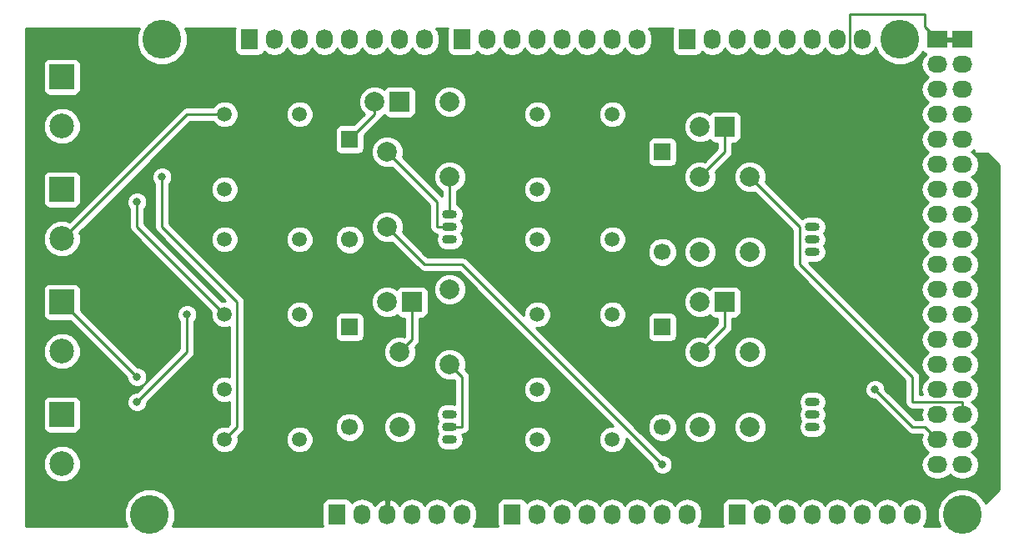
<source format=gbr>
G04 #@! TF.FileFunction,Copper,L1,Top,Signal*
%FSLAX46Y46*%
G04 Gerber Fmt 4.6, Leading zero omitted, Abs format (unit mm)*
G04 Created by KiCad (PCBNEW no-vcs-found-undefined) date Sun Oct 23 11:40:43 2016*
%MOMM*%
%LPD*%
G01*
G04 APERTURE LIST*
%ADD10C,0.100000*%
%ADD11C,3.937000*%
%ADD12C,2.500000*%
%ADD13R,2.500000X2.500000*%
%ADD14O,1.727200X2.032000*%
%ADD15R,1.727200X2.032000*%
%ADD16R,2.032000X1.727200*%
%ADD17O,2.032000X1.727200*%
%ADD18R,2.000000X2.000000*%
%ADD19C,2.000000*%
%ADD20R,1.699260X1.699260*%
%ADD21C,1.699260*%
%ADD22C,1.998980*%
%ADD23O,1.501140X0.899160*%
%ADD24C,1.501140*%
%ADD25C,0.800000*%
%ADD26C,0.250000*%
%ADD27C,0.254000*%
G04 APERTURE END LIST*
D10*
D11*
X128270000Y-137160000D03*
X129540000Y-88900000D03*
X204470000Y-88900000D03*
X210820000Y-137160000D03*
D12*
X119380000Y-97710000D03*
D13*
X119380000Y-92710000D03*
X119380000Y-104140000D03*
D12*
X119380000Y-109140000D03*
X119380000Y-120570000D03*
D13*
X119380000Y-115570000D03*
X119380000Y-127000000D03*
D12*
X119380000Y-132000000D03*
D14*
X156210000Y-88900000D03*
X153670000Y-88900000D03*
X151130000Y-88900000D03*
X148590000Y-88900000D03*
X146050000Y-88900000D03*
X143510000Y-88900000D03*
X140970000Y-88900000D03*
D15*
X138430000Y-88900000D03*
X160020000Y-88900000D03*
D14*
X162560000Y-88900000D03*
X165100000Y-88900000D03*
X167640000Y-88900000D03*
X170180000Y-88900000D03*
X172720000Y-88900000D03*
X175260000Y-88900000D03*
X177800000Y-88900000D03*
X200660000Y-88900000D03*
X198120000Y-88900000D03*
X195580000Y-88900000D03*
X193040000Y-88900000D03*
X190500000Y-88900000D03*
X187960000Y-88900000D03*
X185420000Y-88900000D03*
D15*
X182880000Y-88900000D03*
X165100000Y-137160000D03*
D14*
X167640000Y-137160000D03*
X170180000Y-137160000D03*
X172720000Y-137160000D03*
X175260000Y-137160000D03*
X177800000Y-137160000D03*
X180340000Y-137160000D03*
X182880000Y-137160000D03*
X205740000Y-137160000D03*
X203200000Y-137160000D03*
X200660000Y-137160000D03*
X198120000Y-137160000D03*
X195580000Y-137160000D03*
X193040000Y-137160000D03*
X190500000Y-137160000D03*
D15*
X187960000Y-137160000D03*
D16*
X208280000Y-88900000D03*
D17*
X208280000Y-91440000D03*
X208280000Y-93980000D03*
X208280000Y-96520000D03*
X208280000Y-99060000D03*
X208280000Y-101600000D03*
X208280000Y-104140000D03*
X208280000Y-106680000D03*
X208280000Y-109220000D03*
X208280000Y-111760000D03*
X208280000Y-114300000D03*
X208280000Y-116840000D03*
X208280000Y-119380000D03*
X208280000Y-121920000D03*
X208280000Y-124460000D03*
X208280000Y-127000000D03*
X208280000Y-129540000D03*
X208280000Y-132080000D03*
X210820000Y-132080000D03*
X210820000Y-129540000D03*
X210820000Y-127000000D03*
X210820000Y-124460000D03*
X210820000Y-121920000D03*
X210820000Y-119380000D03*
X210820000Y-116840000D03*
X210820000Y-114300000D03*
X210820000Y-111760000D03*
X210820000Y-109220000D03*
X210820000Y-106680000D03*
X210820000Y-104140000D03*
X210820000Y-101600000D03*
X210820000Y-99060000D03*
X210820000Y-96520000D03*
X210820000Y-93980000D03*
X210820000Y-91440000D03*
D16*
X210820000Y-88900000D03*
D15*
X147320000Y-137160000D03*
D14*
X149860000Y-137160000D03*
X152400000Y-137160000D03*
X154940000Y-137160000D03*
X157480000Y-137160000D03*
X160020000Y-137160000D03*
D18*
X154940000Y-115570000D03*
D19*
X152400000Y-115570000D03*
D20*
X148592540Y-118110520D03*
D21*
X148592540Y-128270520D03*
D18*
X186690000Y-97790000D03*
D19*
X184150000Y-97790000D03*
D21*
X180342540Y-110490520D03*
D20*
X180342540Y-100330520D03*
D22*
X153670000Y-128270000D03*
X153670000Y-120650000D03*
D18*
X153670000Y-95250000D03*
D19*
X151130000Y-95250000D03*
D20*
X148592540Y-99060520D03*
D21*
X148592540Y-109220520D03*
D19*
X184150000Y-115570000D03*
D18*
X186690000Y-115570000D03*
D20*
X180342540Y-118110520D03*
D21*
X180342540Y-128270520D03*
D23*
X158750000Y-128270000D03*
X158750000Y-127000000D03*
X158750000Y-129540000D03*
X158750000Y-109220000D03*
X158750000Y-106680000D03*
X158750000Y-107950000D03*
X195580000Y-128270000D03*
X195580000Y-125730000D03*
X195580000Y-127000000D03*
X195580000Y-109220000D03*
X195580000Y-107950000D03*
X195580000Y-110490000D03*
D22*
X158750000Y-121920000D03*
X158750000Y-114300000D03*
X152400000Y-107950000D03*
X152400000Y-100330000D03*
X158750000Y-95250000D03*
X158750000Y-102870000D03*
X189230000Y-120650000D03*
X189230000Y-128270000D03*
X189230000Y-102870000D03*
X189230000Y-110490000D03*
X184150000Y-120650000D03*
X184150000Y-128270000D03*
X184150000Y-102870000D03*
X184150000Y-110490000D03*
D24*
X135890000Y-116840000D03*
X143510000Y-116840000D03*
X135890000Y-124460000D03*
X135890000Y-129540000D03*
X143510000Y-129540000D03*
X135890000Y-96520000D03*
X143510000Y-96520000D03*
X135890000Y-104140000D03*
X135890000Y-109220000D03*
X143510000Y-109220000D03*
X175260000Y-129540000D03*
X167640000Y-129540000D03*
X167640000Y-124460000D03*
X175260000Y-116840000D03*
X167640000Y-116840000D03*
X175260000Y-109220000D03*
X167640000Y-109220000D03*
X167640000Y-104140000D03*
X175260000Y-96520000D03*
X167640000Y-96520000D03*
D25*
X201930000Y-124460000D03*
X180340000Y-132080000D03*
X171450000Y-118110000D03*
X163830000Y-121920000D03*
X127000000Y-123190000D03*
X127000000Y-125730000D03*
X132080000Y-116840000D03*
X127000000Y-105410000D03*
X129540000Y-102870000D03*
D26*
X201930000Y-124460000D02*
X205740000Y-128270000D01*
X205740000Y-128270000D02*
X207010000Y-128270000D01*
X207010000Y-128270000D02*
X208280000Y-129540000D01*
X180340000Y-132080000D02*
X160020000Y-111760000D01*
X160020000Y-111760000D02*
X156210000Y-111760000D01*
X156210000Y-111760000D02*
X152400000Y-107950000D01*
X189230000Y-102870000D02*
X194310000Y-107950000D01*
X194310000Y-107950000D02*
X194310000Y-111760000D01*
X194310000Y-111760000D02*
X205740000Y-123190000D01*
X205740000Y-123190000D02*
X205740000Y-125730000D01*
X205740000Y-125730000D02*
X210820000Y-125730000D01*
X210820000Y-125730000D02*
X210820000Y-127000000D01*
X208280000Y-88900000D02*
X207010000Y-87630000D01*
X207010000Y-87630000D02*
X207010000Y-86360000D01*
X207010000Y-86360000D02*
X199390000Y-86360000D01*
X199390000Y-86360000D02*
X199390000Y-91440000D01*
X199390000Y-91440000D02*
X198120000Y-91440000D01*
X198120000Y-91440000D02*
X189230000Y-100330000D01*
X189230000Y-100330000D02*
X187960000Y-100330000D01*
X187960000Y-100330000D02*
X187960000Y-101600000D01*
X187960000Y-101600000D02*
X186690000Y-101600000D01*
X186690000Y-101600000D02*
X186690000Y-104140000D01*
X186690000Y-104140000D02*
X185420000Y-105410000D01*
X185420000Y-105410000D02*
X182880000Y-105410000D01*
X182880000Y-105410000D02*
X171450000Y-116840000D01*
X171450000Y-116840000D02*
X171450000Y-118110000D01*
X163830000Y-121920000D02*
X161290000Y-124460000D01*
X161290000Y-124460000D02*
X161290000Y-129540000D01*
X161290000Y-129540000D02*
X160020000Y-130810000D01*
X160020000Y-130810000D02*
X157480000Y-130810000D01*
X157480000Y-130810000D02*
X152400000Y-135890000D01*
X152400000Y-135890000D02*
X152400000Y-137160000D01*
X153670000Y-120650000D02*
X154940000Y-119380000D01*
X154940000Y-119380000D02*
X154940000Y-115570000D01*
X148592540Y-99060520D02*
X148590000Y-99060000D01*
X148590000Y-99060000D02*
X151130000Y-96520000D01*
X151130000Y-96520000D02*
X151130000Y-95250000D01*
X158750000Y-106680000D02*
X158750000Y-102870000D01*
X184150000Y-120650000D02*
X186690000Y-118110000D01*
X186690000Y-118110000D02*
X186690000Y-115570000D01*
X184150000Y-102870000D02*
X186690000Y-100330000D01*
X186690000Y-100330000D02*
X186690000Y-97790000D01*
X127000000Y-123190000D02*
X119380000Y-115570000D01*
X127000000Y-125730000D02*
X132080000Y-120650000D01*
X132080000Y-120650000D02*
X132080000Y-116840000D01*
X135890000Y-116840000D02*
X127000000Y-107950000D01*
X127000000Y-107950000D02*
X127000000Y-105410000D01*
X135890000Y-129540000D02*
X137160000Y-128270000D01*
X137160000Y-128270000D02*
X137160000Y-115570000D01*
X137160000Y-115570000D02*
X129540000Y-107950000D01*
X129540000Y-107950000D02*
X129540000Y-102870000D01*
X135890000Y-96520000D02*
X132080000Y-96520000D01*
X132080000Y-96520000D02*
X119380000Y-109220000D01*
X119380000Y-109220000D02*
X119380000Y-109140000D01*
X158750000Y-121920000D02*
X160020000Y-123190000D01*
X160020000Y-123190000D02*
X160020000Y-128270000D01*
X160020000Y-128270000D02*
X158750000Y-128270000D01*
X152400000Y-100330000D02*
X157480000Y-105410000D01*
X157480000Y-105410000D02*
X157480000Y-107950000D01*
X157480000Y-107950000D02*
X158750000Y-107950000D01*
D27*
G36*
X126936953Y-88379860D02*
X126936049Y-89415596D01*
X127331573Y-90372838D01*
X128063310Y-91105853D01*
X129019860Y-91503047D01*
X130055596Y-91503951D01*
X131012838Y-91108427D01*
X131745853Y-90376690D01*
X132143047Y-89420140D01*
X132143951Y-88384404D01*
X131884713Y-87757000D01*
X136944222Y-87757000D01*
X136918960Y-87884000D01*
X136918960Y-89916000D01*
X136968243Y-90163765D01*
X137108591Y-90373809D01*
X137318635Y-90514157D01*
X137566400Y-90563440D01*
X139293600Y-90563440D01*
X139541365Y-90514157D01*
X139751409Y-90373809D01*
X139891757Y-90163765D01*
X139898984Y-90127434D01*
X139910330Y-90144415D01*
X140396511Y-90469271D01*
X140970000Y-90583345D01*
X141543489Y-90469271D01*
X142029670Y-90144415D01*
X142240000Y-89829634D01*
X142450330Y-90144415D01*
X142936511Y-90469271D01*
X143510000Y-90583345D01*
X144083489Y-90469271D01*
X144569670Y-90144415D01*
X144780000Y-89829634D01*
X144990330Y-90144415D01*
X145476511Y-90469271D01*
X146050000Y-90583345D01*
X146623489Y-90469271D01*
X147109670Y-90144415D01*
X147320000Y-89829634D01*
X147530330Y-90144415D01*
X148016511Y-90469271D01*
X148590000Y-90583345D01*
X149163489Y-90469271D01*
X149649670Y-90144415D01*
X149860000Y-89829634D01*
X150070330Y-90144415D01*
X150556511Y-90469271D01*
X151130000Y-90583345D01*
X151703489Y-90469271D01*
X152189670Y-90144415D01*
X152400000Y-89829634D01*
X152610330Y-90144415D01*
X153096511Y-90469271D01*
X153670000Y-90583345D01*
X154243489Y-90469271D01*
X154729670Y-90144415D01*
X154940000Y-89829634D01*
X155150330Y-90144415D01*
X155636511Y-90469271D01*
X156210000Y-90583345D01*
X156783489Y-90469271D01*
X157269670Y-90144415D01*
X157594526Y-89658234D01*
X157708600Y-89084745D01*
X157708600Y-88715255D01*
X157594526Y-88141766D01*
X157337433Y-87757000D01*
X158534222Y-87757000D01*
X158508960Y-87884000D01*
X158508960Y-89916000D01*
X158558243Y-90163765D01*
X158698591Y-90373809D01*
X158908635Y-90514157D01*
X159156400Y-90563440D01*
X160883600Y-90563440D01*
X161131365Y-90514157D01*
X161341409Y-90373809D01*
X161481757Y-90163765D01*
X161488984Y-90127434D01*
X161500330Y-90144415D01*
X161986511Y-90469271D01*
X162560000Y-90583345D01*
X163133489Y-90469271D01*
X163619670Y-90144415D01*
X163830000Y-89829634D01*
X164040330Y-90144415D01*
X164526511Y-90469271D01*
X165100000Y-90583345D01*
X165673489Y-90469271D01*
X166159670Y-90144415D01*
X166370000Y-89829634D01*
X166580330Y-90144415D01*
X167066511Y-90469271D01*
X167640000Y-90583345D01*
X168213489Y-90469271D01*
X168699670Y-90144415D01*
X168910000Y-89829634D01*
X169120330Y-90144415D01*
X169606511Y-90469271D01*
X170180000Y-90583345D01*
X170753489Y-90469271D01*
X171239670Y-90144415D01*
X171450000Y-89829634D01*
X171660330Y-90144415D01*
X172146511Y-90469271D01*
X172720000Y-90583345D01*
X173293489Y-90469271D01*
X173779670Y-90144415D01*
X173990000Y-89829634D01*
X174200330Y-90144415D01*
X174686511Y-90469271D01*
X175260000Y-90583345D01*
X175833489Y-90469271D01*
X176319670Y-90144415D01*
X176530000Y-89829634D01*
X176740330Y-90144415D01*
X177226511Y-90469271D01*
X177800000Y-90583345D01*
X178373489Y-90469271D01*
X178859670Y-90144415D01*
X179184526Y-89658234D01*
X179298600Y-89084745D01*
X179298600Y-88715255D01*
X179184526Y-88141766D01*
X178927433Y-87757000D01*
X181394222Y-87757000D01*
X181368960Y-87884000D01*
X181368960Y-89916000D01*
X181418243Y-90163765D01*
X181558591Y-90373809D01*
X181768635Y-90514157D01*
X182016400Y-90563440D01*
X183743600Y-90563440D01*
X183991365Y-90514157D01*
X184201409Y-90373809D01*
X184341757Y-90163765D01*
X184348984Y-90127434D01*
X184360330Y-90144415D01*
X184846511Y-90469271D01*
X185420000Y-90583345D01*
X185993489Y-90469271D01*
X186479670Y-90144415D01*
X186690000Y-89829634D01*
X186900330Y-90144415D01*
X187386511Y-90469271D01*
X187960000Y-90583345D01*
X188533489Y-90469271D01*
X189019670Y-90144415D01*
X189230000Y-89829634D01*
X189440330Y-90144415D01*
X189926511Y-90469271D01*
X190500000Y-90583345D01*
X191073489Y-90469271D01*
X191559670Y-90144415D01*
X191770000Y-89829634D01*
X191980330Y-90144415D01*
X192466511Y-90469271D01*
X193040000Y-90583345D01*
X193613489Y-90469271D01*
X194099670Y-90144415D01*
X194310000Y-89829634D01*
X194520330Y-90144415D01*
X195006511Y-90469271D01*
X195580000Y-90583345D01*
X196153489Y-90469271D01*
X196639670Y-90144415D01*
X196850000Y-89829634D01*
X197060330Y-90144415D01*
X197546511Y-90469271D01*
X198120000Y-90583345D01*
X198693489Y-90469271D01*
X199179670Y-90144415D01*
X199390000Y-89829634D01*
X199600330Y-90144415D01*
X200086511Y-90469271D01*
X200660000Y-90583345D01*
X201233489Y-90469271D01*
X201719670Y-90144415D01*
X201996193Y-89730569D01*
X202261573Y-90372838D01*
X202993310Y-91105853D01*
X203949860Y-91503047D01*
X204985596Y-91503951D01*
X205942838Y-91108427D01*
X206675853Y-90376690D01*
X206764816Y-90162442D01*
X206904302Y-90301927D01*
X207057780Y-90365500D01*
X207035585Y-90380330D01*
X206710729Y-90866511D01*
X206596655Y-91440000D01*
X206710729Y-92013489D01*
X207035585Y-92499670D01*
X207350366Y-92710000D01*
X207035585Y-92920330D01*
X206710729Y-93406511D01*
X206596655Y-93980000D01*
X206710729Y-94553489D01*
X207035585Y-95039670D01*
X207350366Y-95250000D01*
X207035585Y-95460330D01*
X206710729Y-95946511D01*
X206596655Y-96520000D01*
X206710729Y-97093489D01*
X207035585Y-97579670D01*
X207350366Y-97790000D01*
X207035585Y-98000330D01*
X206710729Y-98486511D01*
X206596655Y-99060000D01*
X206710729Y-99633489D01*
X207035585Y-100119670D01*
X207350366Y-100330000D01*
X207035585Y-100540330D01*
X206710729Y-101026511D01*
X206596655Y-101600000D01*
X206710729Y-102173489D01*
X207035585Y-102659670D01*
X207350366Y-102870000D01*
X207035585Y-103080330D01*
X206710729Y-103566511D01*
X206596655Y-104140000D01*
X206710729Y-104713489D01*
X207035585Y-105199670D01*
X207350366Y-105410000D01*
X207035585Y-105620330D01*
X206710729Y-106106511D01*
X206596655Y-106680000D01*
X206710729Y-107253489D01*
X207035585Y-107739670D01*
X207350366Y-107950000D01*
X207035585Y-108160330D01*
X206710729Y-108646511D01*
X206596655Y-109220000D01*
X206710729Y-109793489D01*
X207035585Y-110279670D01*
X207350366Y-110490000D01*
X207035585Y-110700330D01*
X206710729Y-111186511D01*
X206596655Y-111760000D01*
X206710729Y-112333489D01*
X207035585Y-112819670D01*
X207350366Y-113030000D01*
X207035585Y-113240330D01*
X206710729Y-113726511D01*
X206596655Y-114300000D01*
X206710729Y-114873489D01*
X207035585Y-115359670D01*
X207350366Y-115570000D01*
X207035585Y-115780330D01*
X206710729Y-116266511D01*
X206596655Y-116840000D01*
X206710729Y-117413489D01*
X207035585Y-117899670D01*
X207350366Y-118110000D01*
X207035585Y-118320330D01*
X206710729Y-118806511D01*
X206596655Y-119380000D01*
X206710729Y-119953489D01*
X207035585Y-120439670D01*
X207350366Y-120650000D01*
X207035585Y-120860330D01*
X206710729Y-121346511D01*
X206596655Y-121920000D01*
X206710729Y-122493489D01*
X207035585Y-122979670D01*
X207350366Y-123190000D01*
X207035585Y-123400330D01*
X206710729Y-123886511D01*
X206596655Y-124460000D01*
X206698100Y-124970000D01*
X206500000Y-124970000D01*
X206500000Y-123190000D01*
X206442148Y-122899161D01*
X206277401Y-122652599D01*
X195186350Y-111561548D01*
X195251865Y-111574580D01*
X195908135Y-111574580D01*
X196323186Y-111492021D01*
X196675049Y-111256914D01*
X196910156Y-110905051D01*
X196992715Y-110490000D01*
X196910156Y-110074949D01*
X196763191Y-109855000D01*
X196910156Y-109635051D01*
X196992715Y-109220000D01*
X196910156Y-108804949D01*
X196763191Y-108585000D01*
X196910156Y-108365051D01*
X196992715Y-107950000D01*
X196910156Y-107534949D01*
X196675049Y-107183086D01*
X196323186Y-106947979D01*
X195908135Y-106865420D01*
X195251865Y-106865420D01*
X194836814Y-106947979D01*
X194564641Y-107129839D01*
X190795885Y-103361083D01*
X190864206Y-103196547D01*
X190864774Y-102546306D01*
X190616462Y-101945345D01*
X190157073Y-101485154D01*
X189556547Y-101235794D01*
X188906306Y-101235226D01*
X188305345Y-101483538D01*
X187845154Y-101942927D01*
X187595794Y-102543453D01*
X187595226Y-103193694D01*
X187843538Y-103794655D01*
X188302927Y-104254846D01*
X188903453Y-104504206D01*
X189553694Y-104504774D01*
X189720889Y-104435691D01*
X193550000Y-108264802D01*
X193550000Y-111760000D01*
X193607852Y-112050839D01*
X193772599Y-112297401D01*
X204980000Y-123504802D01*
X204980000Y-125730000D01*
X205037852Y-126020839D01*
X205202599Y-126267401D01*
X205449161Y-126432148D01*
X205740000Y-126490000D01*
X206698100Y-126490000D01*
X206596655Y-127000000D01*
X206698100Y-127510000D01*
X206054802Y-127510000D01*
X202965035Y-124420233D01*
X202965179Y-124255029D01*
X202807942Y-123874485D01*
X202517046Y-123583081D01*
X202136777Y-123425180D01*
X201725029Y-123424821D01*
X201344485Y-123582058D01*
X201053081Y-123872954D01*
X200895180Y-124253223D01*
X200894821Y-124664971D01*
X201052058Y-125045515D01*
X201342954Y-125336919D01*
X201723223Y-125494820D01*
X201890164Y-125494966D01*
X205202599Y-128807401D01*
X205449161Y-128972148D01*
X205740000Y-129030000D01*
X206695198Y-129030000D01*
X206697619Y-129032421D01*
X206596655Y-129540000D01*
X206710729Y-130113489D01*
X207035585Y-130599670D01*
X207350366Y-130810000D01*
X207035585Y-131020330D01*
X206710729Y-131506511D01*
X206596655Y-132080000D01*
X206710729Y-132653489D01*
X207035585Y-133139670D01*
X207521766Y-133464526D01*
X208095255Y-133578600D01*
X208464745Y-133578600D01*
X209038234Y-133464526D01*
X209524415Y-133139670D01*
X209550000Y-133101379D01*
X209575585Y-133139670D01*
X210061766Y-133464526D01*
X210635255Y-133578600D01*
X211004745Y-133578600D01*
X211578234Y-133464526D01*
X212064415Y-133139670D01*
X212389271Y-132653489D01*
X212503345Y-132080000D01*
X212389271Y-131506511D01*
X212064415Y-131020330D01*
X211749634Y-130810000D01*
X212064415Y-130599670D01*
X212389271Y-130113489D01*
X212503345Y-129540000D01*
X212389271Y-128966511D01*
X212064415Y-128480330D01*
X211749634Y-128270000D01*
X212064415Y-128059670D01*
X212389271Y-127573489D01*
X212503345Y-127000000D01*
X212389271Y-126426511D01*
X212064415Y-125940330D01*
X211749634Y-125730000D01*
X212064415Y-125519670D01*
X212389271Y-125033489D01*
X212503345Y-124460000D01*
X212389271Y-123886511D01*
X212064415Y-123400330D01*
X211749634Y-123190000D01*
X212064415Y-122979670D01*
X212389271Y-122493489D01*
X212503345Y-121920000D01*
X212389271Y-121346511D01*
X212064415Y-120860330D01*
X211749634Y-120650000D01*
X212064415Y-120439670D01*
X212389271Y-119953489D01*
X212503345Y-119380000D01*
X212389271Y-118806511D01*
X212064415Y-118320330D01*
X211749634Y-118110000D01*
X212064415Y-117899670D01*
X212389271Y-117413489D01*
X212503345Y-116840000D01*
X212389271Y-116266511D01*
X212064415Y-115780330D01*
X211749634Y-115570000D01*
X212064415Y-115359670D01*
X212389271Y-114873489D01*
X212503345Y-114300000D01*
X212389271Y-113726511D01*
X212064415Y-113240330D01*
X211749634Y-113030000D01*
X212064415Y-112819670D01*
X212389271Y-112333489D01*
X212503345Y-111760000D01*
X212389271Y-111186511D01*
X212064415Y-110700330D01*
X211749634Y-110490000D01*
X212064415Y-110279670D01*
X212389271Y-109793489D01*
X212503345Y-109220000D01*
X212389271Y-108646511D01*
X212064415Y-108160330D01*
X211749634Y-107950000D01*
X212064415Y-107739670D01*
X212389271Y-107253489D01*
X212503345Y-106680000D01*
X212389271Y-106106511D01*
X212064415Y-105620330D01*
X211749634Y-105410000D01*
X212064415Y-105199670D01*
X212389271Y-104713489D01*
X212503345Y-104140000D01*
X212389271Y-103566511D01*
X212064415Y-103080330D01*
X211749634Y-102870000D01*
X212064415Y-102659670D01*
X212389271Y-102173489D01*
X212503345Y-101600000D01*
X212389271Y-101026511D01*
X212064415Y-100540330D01*
X211749634Y-100330000D01*
X211963000Y-100187433D01*
X211963000Y-100330000D01*
X211972667Y-100378601D01*
X212000197Y-100419803D01*
X212041399Y-100447333D01*
X212090000Y-100457000D01*
X213307394Y-100457000D01*
X214503000Y-101652606D01*
X214503000Y-134567394D01*
X213132166Y-135938228D01*
X213028427Y-135687162D01*
X212296690Y-134954147D01*
X211340140Y-134556953D01*
X210304404Y-134556049D01*
X209347162Y-134951573D01*
X208614147Y-135683310D01*
X208216953Y-136639860D01*
X208216049Y-137675596D01*
X208475287Y-138303000D01*
X206867433Y-138303000D01*
X207124526Y-137918234D01*
X207238600Y-137344745D01*
X207238600Y-136975255D01*
X207124526Y-136401766D01*
X206799670Y-135915585D01*
X206313489Y-135590729D01*
X205740000Y-135476655D01*
X205166511Y-135590729D01*
X204680330Y-135915585D01*
X204470000Y-136230366D01*
X204259670Y-135915585D01*
X203773489Y-135590729D01*
X203200000Y-135476655D01*
X202626511Y-135590729D01*
X202140330Y-135915585D01*
X201930000Y-136230366D01*
X201719670Y-135915585D01*
X201233489Y-135590729D01*
X200660000Y-135476655D01*
X200086511Y-135590729D01*
X199600330Y-135915585D01*
X199390000Y-136230366D01*
X199179670Y-135915585D01*
X198693489Y-135590729D01*
X198120000Y-135476655D01*
X197546511Y-135590729D01*
X197060330Y-135915585D01*
X196850000Y-136230366D01*
X196639670Y-135915585D01*
X196153489Y-135590729D01*
X195580000Y-135476655D01*
X195006511Y-135590729D01*
X194520330Y-135915585D01*
X194310000Y-136230366D01*
X194099670Y-135915585D01*
X193613489Y-135590729D01*
X193040000Y-135476655D01*
X192466511Y-135590729D01*
X191980330Y-135915585D01*
X191770000Y-136230366D01*
X191559670Y-135915585D01*
X191073489Y-135590729D01*
X190500000Y-135476655D01*
X189926511Y-135590729D01*
X189440330Y-135915585D01*
X189428984Y-135932566D01*
X189421757Y-135896235D01*
X189281409Y-135686191D01*
X189071365Y-135545843D01*
X188823600Y-135496560D01*
X187096400Y-135496560D01*
X186848635Y-135545843D01*
X186638591Y-135686191D01*
X186498243Y-135896235D01*
X186448960Y-136144000D01*
X186448960Y-138176000D01*
X186474222Y-138303000D01*
X184007433Y-138303000D01*
X184264526Y-137918234D01*
X184378600Y-137344745D01*
X184378600Y-136975255D01*
X184264526Y-136401766D01*
X183939670Y-135915585D01*
X183453489Y-135590729D01*
X182880000Y-135476655D01*
X182306511Y-135590729D01*
X181820330Y-135915585D01*
X181610000Y-136230366D01*
X181399670Y-135915585D01*
X180913489Y-135590729D01*
X180340000Y-135476655D01*
X179766511Y-135590729D01*
X179280330Y-135915585D01*
X179070000Y-136230366D01*
X178859670Y-135915585D01*
X178373489Y-135590729D01*
X177800000Y-135476655D01*
X177226511Y-135590729D01*
X176740330Y-135915585D01*
X176530000Y-136230366D01*
X176319670Y-135915585D01*
X175833489Y-135590729D01*
X175260000Y-135476655D01*
X174686511Y-135590729D01*
X174200330Y-135915585D01*
X173990000Y-136230366D01*
X173779670Y-135915585D01*
X173293489Y-135590729D01*
X172720000Y-135476655D01*
X172146511Y-135590729D01*
X171660330Y-135915585D01*
X171450000Y-136230366D01*
X171239670Y-135915585D01*
X170753489Y-135590729D01*
X170180000Y-135476655D01*
X169606511Y-135590729D01*
X169120330Y-135915585D01*
X168910000Y-136230366D01*
X168699670Y-135915585D01*
X168213489Y-135590729D01*
X167640000Y-135476655D01*
X167066511Y-135590729D01*
X166580330Y-135915585D01*
X166568984Y-135932566D01*
X166561757Y-135896235D01*
X166421409Y-135686191D01*
X166211365Y-135545843D01*
X165963600Y-135496560D01*
X164236400Y-135496560D01*
X163988635Y-135545843D01*
X163778591Y-135686191D01*
X163638243Y-135896235D01*
X163588960Y-136144000D01*
X163588960Y-138176000D01*
X163614222Y-138303000D01*
X161147433Y-138303000D01*
X161404526Y-137918234D01*
X161518600Y-137344745D01*
X161518600Y-136975255D01*
X161404526Y-136401766D01*
X161079670Y-135915585D01*
X160593489Y-135590729D01*
X160020000Y-135476655D01*
X159446511Y-135590729D01*
X158960330Y-135915585D01*
X158750000Y-136230366D01*
X158539670Y-135915585D01*
X158053489Y-135590729D01*
X157480000Y-135476655D01*
X156906511Y-135590729D01*
X156420330Y-135915585D01*
X156210000Y-136230366D01*
X155999670Y-135915585D01*
X155513489Y-135590729D01*
X154940000Y-135476655D01*
X154366511Y-135590729D01*
X153880330Y-135915585D01*
X153673539Y-136225069D01*
X153302036Y-135809268D01*
X152774791Y-135555291D01*
X152759026Y-135552642D01*
X152527000Y-135673783D01*
X152527000Y-137033000D01*
X152547000Y-137033000D01*
X152547000Y-137287000D01*
X152527000Y-137287000D01*
X152527000Y-137307000D01*
X152273000Y-137307000D01*
X152273000Y-137287000D01*
X152253000Y-137287000D01*
X152253000Y-137033000D01*
X152273000Y-137033000D01*
X152273000Y-135673783D01*
X152040974Y-135552642D01*
X152025209Y-135555291D01*
X151497964Y-135809268D01*
X151126461Y-136225069D01*
X150919670Y-135915585D01*
X150433489Y-135590729D01*
X149860000Y-135476655D01*
X149286511Y-135590729D01*
X148800330Y-135915585D01*
X148788984Y-135932566D01*
X148781757Y-135896235D01*
X148641409Y-135686191D01*
X148431365Y-135545843D01*
X148183600Y-135496560D01*
X146456400Y-135496560D01*
X146208635Y-135545843D01*
X145998591Y-135686191D01*
X145858243Y-135896235D01*
X145808960Y-136144000D01*
X145808960Y-138176000D01*
X145834222Y-138303000D01*
X130614413Y-138303000D01*
X130873047Y-137680140D01*
X130873951Y-136644404D01*
X130478427Y-135687162D01*
X129746690Y-134954147D01*
X128790140Y-134556953D01*
X127754404Y-134556049D01*
X126797162Y-134951573D01*
X126064147Y-135683310D01*
X125666953Y-136639860D01*
X125666049Y-137675596D01*
X125925287Y-138303000D01*
X115697000Y-138303000D01*
X115697000Y-132373305D01*
X117494674Y-132373305D01*
X117781043Y-133066372D01*
X118310839Y-133597093D01*
X119003405Y-133884672D01*
X119753305Y-133885326D01*
X120446372Y-133598957D01*
X120977093Y-133069161D01*
X121264672Y-132376595D01*
X121265326Y-131626695D01*
X120978957Y-130933628D01*
X120449161Y-130402907D01*
X119756595Y-130115328D01*
X119006695Y-130114674D01*
X118313628Y-130401043D01*
X117782907Y-130930839D01*
X117495328Y-131623405D01*
X117494674Y-132373305D01*
X115697000Y-132373305D01*
X115697000Y-125750000D01*
X117482560Y-125750000D01*
X117482560Y-128250000D01*
X117531843Y-128497765D01*
X117672191Y-128707809D01*
X117882235Y-128848157D01*
X118130000Y-128897440D01*
X120630000Y-128897440D01*
X120877765Y-128848157D01*
X121087809Y-128707809D01*
X121228157Y-128497765D01*
X121277440Y-128250000D01*
X121277440Y-125934971D01*
X125964821Y-125934971D01*
X126122058Y-126315515D01*
X126412954Y-126606919D01*
X126793223Y-126764820D01*
X127204971Y-126765179D01*
X127585515Y-126607942D01*
X127876919Y-126317046D01*
X128034820Y-125936777D01*
X128034966Y-125769836D01*
X132617401Y-121187401D01*
X132782148Y-120940839D01*
X132840000Y-120650000D01*
X132840000Y-117543761D01*
X132956919Y-117427046D01*
X133114820Y-117046777D01*
X133115179Y-116635029D01*
X132957942Y-116254485D01*
X132667046Y-115963081D01*
X132286777Y-115805180D01*
X131875029Y-115804821D01*
X131494485Y-115962058D01*
X131203081Y-116252954D01*
X131045180Y-116633223D01*
X131044821Y-117044971D01*
X131202058Y-117425515D01*
X131320000Y-117543663D01*
X131320000Y-120335198D01*
X126960233Y-124694965D01*
X126795029Y-124694821D01*
X126414485Y-124852058D01*
X126123081Y-125142954D01*
X125965180Y-125523223D01*
X125964821Y-125934971D01*
X121277440Y-125934971D01*
X121277440Y-125750000D01*
X121228157Y-125502235D01*
X121087809Y-125292191D01*
X120877765Y-125151843D01*
X120630000Y-125102560D01*
X118130000Y-125102560D01*
X117882235Y-125151843D01*
X117672191Y-125292191D01*
X117531843Y-125502235D01*
X117482560Y-125750000D01*
X115697000Y-125750000D01*
X115697000Y-120943305D01*
X117494674Y-120943305D01*
X117781043Y-121636372D01*
X118310839Y-122167093D01*
X119003405Y-122454672D01*
X119753305Y-122455326D01*
X120446372Y-122168957D01*
X120977093Y-121639161D01*
X121264672Y-120946595D01*
X121265326Y-120196695D01*
X120978957Y-119503628D01*
X120449161Y-118972907D01*
X119756595Y-118685328D01*
X119006695Y-118684674D01*
X118313628Y-118971043D01*
X117782907Y-119500839D01*
X117495328Y-120193405D01*
X117494674Y-120943305D01*
X115697000Y-120943305D01*
X115697000Y-114320000D01*
X117482560Y-114320000D01*
X117482560Y-116820000D01*
X117531843Y-117067765D01*
X117672191Y-117277809D01*
X117882235Y-117418157D01*
X118130000Y-117467440D01*
X120202638Y-117467440D01*
X125964965Y-123229767D01*
X125964821Y-123394971D01*
X126122058Y-123775515D01*
X126412954Y-124066919D01*
X126793223Y-124224820D01*
X127204971Y-124225179D01*
X127585515Y-124067942D01*
X127876919Y-123777046D01*
X128034820Y-123396777D01*
X128035179Y-122985029D01*
X127877942Y-122604485D01*
X127587046Y-122313081D01*
X127206777Y-122155180D01*
X127039836Y-122155034D01*
X121277440Y-116392638D01*
X121277440Y-114320000D01*
X121228157Y-114072235D01*
X121087809Y-113862191D01*
X120877765Y-113721843D01*
X120630000Y-113672560D01*
X118130000Y-113672560D01*
X117882235Y-113721843D01*
X117672191Y-113862191D01*
X117531843Y-114072235D01*
X117482560Y-114320000D01*
X115697000Y-114320000D01*
X115697000Y-109513305D01*
X117494674Y-109513305D01*
X117781043Y-110206372D01*
X118310839Y-110737093D01*
X119003405Y-111024672D01*
X119753305Y-111025326D01*
X120446372Y-110738957D01*
X120977093Y-110209161D01*
X121264672Y-109516595D01*
X121265326Y-108766695D01*
X121160882Y-108513920D01*
X124059831Y-105614971D01*
X125964821Y-105614971D01*
X126122058Y-105995515D01*
X126240000Y-106113663D01*
X126240000Y-107950000D01*
X126297852Y-108240839D01*
X126462599Y-108487401D01*
X134514562Y-116539364D01*
X134504671Y-116563184D01*
X134504190Y-117114398D01*
X134714686Y-117623837D01*
X135104113Y-118013944D01*
X135613184Y-118225329D01*
X136164398Y-118225810D01*
X136400000Y-118128461D01*
X136400000Y-123171498D01*
X136166816Y-123074671D01*
X135615602Y-123074190D01*
X135106163Y-123284686D01*
X134716056Y-123674113D01*
X134504671Y-124183184D01*
X134504190Y-124734398D01*
X134714686Y-125243837D01*
X135104113Y-125633944D01*
X135613184Y-125845329D01*
X136164398Y-125845810D01*
X136400000Y-125748461D01*
X136400000Y-127955198D01*
X136190636Y-128164562D01*
X136166816Y-128154671D01*
X135615602Y-128154190D01*
X135106163Y-128364686D01*
X134716056Y-128754113D01*
X134504671Y-129263184D01*
X134504190Y-129814398D01*
X134714686Y-130323837D01*
X135104113Y-130713944D01*
X135613184Y-130925329D01*
X136164398Y-130925810D01*
X136673837Y-130715314D01*
X137063944Y-130325887D01*
X137275329Y-129816816D01*
X137275331Y-129814398D01*
X142124190Y-129814398D01*
X142334686Y-130323837D01*
X142724113Y-130713944D01*
X143233184Y-130925329D01*
X143784398Y-130925810D01*
X144293837Y-130715314D01*
X144683944Y-130325887D01*
X144895329Y-129816816D01*
X144895810Y-129265602D01*
X144685314Y-128756163D01*
X144494022Y-128564536D01*
X147107652Y-128564536D01*
X147333198Y-129110397D01*
X147750466Y-129528394D01*
X148295933Y-129754892D01*
X148886556Y-129755408D01*
X149432417Y-129529862D01*
X149850414Y-129112594D01*
X150065880Y-128593694D01*
X152035226Y-128593694D01*
X152283538Y-129194655D01*
X152742927Y-129654846D01*
X153343453Y-129904206D01*
X153993694Y-129904774D01*
X154594655Y-129656462D01*
X155054846Y-129197073D01*
X155304206Y-128596547D01*
X155304774Y-127946306D01*
X155056462Y-127345345D01*
X154597073Y-126885154D01*
X153996547Y-126635794D01*
X153346306Y-126635226D01*
X152745345Y-126883538D01*
X152285154Y-127342927D01*
X152035794Y-127943453D01*
X152035226Y-128593694D01*
X150065880Y-128593694D01*
X150076912Y-128567127D01*
X150077428Y-127976504D01*
X149851882Y-127430643D01*
X149434614Y-127012646D01*
X148889147Y-126786148D01*
X148298524Y-126785632D01*
X147752663Y-127011178D01*
X147334666Y-127428446D01*
X147108168Y-127973913D01*
X147107652Y-128564536D01*
X144494022Y-128564536D01*
X144295887Y-128366056D01*
X143786816Y-128154671D01*
X143235602Y-128154190D01*
X142726163Y-128364686D01*
X142336056Y-128754113D01*
X142124671Y-129263184D01*
X142124190Y-129814398D01*
X137275331Y-129814398D01*
X137275810Y-129265602D01*
X137265106Y-129239696D01*
X137697401Y-128807401D01*
X137862148Y-128560840D01*
X137920000Y-128270000D01*
X137920000Y-117114398D01*
X142124190Y-117114398D01*
X142334686Y-117623837D01*
X142724113Y-118013944D01*
X143233184Y-118225329D01*
X143784398Y-118225810D01*
X144293837Y-118015314D01*
X144683944Y-117625887D01*
X144835504Y-117260890D01*
X147095470Y-117260890D01*
X147095470Y-118960150D01*
X147144753Y-119207915D01*
X147285101Y-119417959D01*
X147495145Y-119558307D01*
X147742910Y-119607590D01*
X149442170Y-119607590D01*
X149689935Y-119558307D01*
X149899979Y-119417959D01*
X150040327Y-119207915D01*
X150089610Y-118960150D01*
X150089610Y-117260890D01*
X150040327Y-117013125D01*
X149899979Y-116803081D01*
X149689935Y-116662733D01*
X149442170Y-116613450D01*
X147742910Y-116613450D01*
X147495145Y-116662733D01*
X147285101Y-116803081D01*
X147144753Y-117013125D01*
X147095470Y-117260890D01*
X144835504Y-117260890D01*
X144895329Y-117116816D01*
X144895810Y-116565602D01*
X144685314Y-116056163D01*
X144523230Y-115893795D01*
X150764716Y-115893795D01*
X151013106Y-116494943D01*
X151472637Y-116955278D01*
X152073352Y-117204716D01*
X152723795Y-117205284D01*
X153324943Y-116956894D01*
X153390847Y-116891105D01*
X153482191Y-117027809D01*
X153692235Y-117168157D01*
X153940000Y-117217440D01*
X154180000Y-117217440D01*
X154180000Y-119065198D01*
X154161083Y-119084115D01*
X153996547Y-119015794D01*
X153346306Y-119015226D01*
X152745345Y-119263538D01*
X152285154Y-119722927D01*
X152035794Y-120323453D01*
X152035226Y-120973694D01*
X152283538Y-121574655D01*
X152742927Y-122034846D01*
X153343453Y-122284206D01*
X153993694Y-122284774D01*
X154093115Y-122243694D01*
X157115226Y-122243694D01*
X157363538Y-122844655D01*
X157822927Y-123304846D01*
X158423453Y-123554206D01*
X159073694Y-123554774D01*
X159240889Y-123485691D01*
X159260000Y-123504802D01*
X159260000Y-125951595D01*
X159078135Y-125915420D01*
X158421865Y-125915420D01*
X158006814Y-125997979D01*
X157654951Y-126233086D01*
X157419844Y-126584949D01*
X157337285Y-127000000D01*
X157419844Y-127415051D01*
X157566809Y-127635000D01*
X157419844Y-127854949D01*
X157337285Y-128270000D01*
X157419844Y-128685051D01*
X157566809Y-128905000D01*
X157419844Y-129124949D01*
X157337285Y-129540000D01*
X157419844Y-129955051D01*
X157654951Y-130306914D01*
X158006814Y-130542021D01*
X158421865Y-130624580D01*
X159078135Y-130624580D01*
X159493186Y-130542021D01*
X159845049Y-130306914D01*
X160080156Y-129955051D01*
X160108133Y-129814398D01*
X166254190Y-129814398D01*
X166464686Y-130323837D01*
X166854113Y-130713944D01*
X167363184Y-130925329D01*
X167914398Y-130925810D01*
X168423837Y-130715314D01*
X168813944Y-130325887D01*
X169025329Y-129816816D01*
X169025810Y-129265602D01*
X168815314Y-128756163D01*
X168425887Y-128366056D01*
X167916816Y-128154671D01*
X167365602Y-128154190D01*
X166856163Y-128364686D01*
X166466056Y-128754113D01*
X166254671Y-129263184D01*
X166254190Y-129814398D01*
X160108133Y-129814398D01*
X160162715Y-129540000D01*
X160080156Y-129124949D01*
X160016713Y-129030000D01*
X160020000Y-129030000D01*
X160310839Y-128972148D01*
X160557401Y-128807401D01*
X160722148Y-128560839D01*
X160780000Y-128270000D01*
X160780000Y-124734398D01*
X166254190Y-124734398D01*
X166464686Y-125243837D01*
X166854113Y-125633944D01*
X167363184Y-125845329D01*
X167914398Y-125845810D01*
X168423837Y-125635314D01*
X168813944Y-125245887D01*
X169025329Y-124736816D01*
X169025810Y-124185602D01*
X168815314Y-123676163D01*
X168425887Y-123286056D01*
X167916816Y-123074671D01*
X167365602Y-123074190D01*
X166856163Y-123284686D01*
X166466056Y-123674113D01*
X166254671Y-124183184D01*
X166254190Y-124734398D01*
X160780000Y-124734398D01*
X160780000Y-123190000D01*
X160757219Y-123075474D01*
X160722148Y-122899160D01*
X160557401Y-122652599D01*
X160315885Y-122411083D01*
X160384206Y-122246547D01*
X160384774Y-121596306D01*
X160136462Y-120995345D01*
X159677073Y-120535154D01*
X159076547Y-120285794D01*
X158426306Y-120285226D01*
X157825345Y-120533538D01*
X157365154Y-120992927D01*
X157115794Y-121593453D01*
X157115226Y-122243694D01*
X154093115Y-122243694D01*
X154594655Y-122036462D01*
X155054846Y-121577073D01*
X155304206Y-120976547D01*
X155304774Y-120326306D01*
X155235691Y-120159111D01*
X155477401Y-119917401D01*
X155642148Y-119670840D01*
X155700000Y-119380000D01*
X155700000Y-117217440D01*
X155940000Y-117217440D01*
X156187765Y-117168157D01*
X156397809Y-117027809D01*
X156538157Y-116817765D01*
X156587440Y-116570000D01*
X156587440Y-114623694D01*
X157115226Y-114623694D01*
X157363538Y-115224655D01*
X157822927Y-115684846D01*
X158423453Y-115934206D01*
X159073694Y-115934774D01*
X159674655Y-115686462D01*
X160134846Y-115227073D01*
X160384206Y-114626547D01*
X160384774Y-113976306D01*
X160136462Y-113375345D01*
X159677073Y-112915154D01*
X159076547Y-112665794D01*
X158426306Y-112665226D01*
X157825345Y-112913538D01*
X157365154Y-113372927D01*
X157115794Y-113973453D01*
X157115226Y-114623694D01*
X156587440Y-114623694D01*
X156587440Y-114570000D01*
X156538157Y-114322235D01*
X156397809Y-114112191D01*
X156187765Y-113971843D01*
X155940000Y-113922560D01*
X153940000Y-113922560D01*
X153692235Y-113971843D01*
X153482191Y-114112191D01*
X153391079Y-114248549D01*
X153327363Y-114184722D01*
X152726648Y-113935284D01*
X152076205Y-113934716D01*
X151475057Y-114183106D01*
X151014722Y-114642637D01*
X150765284Y-115243352D01*
X150764716Y-115893795D01*
X144523230Y-115893795D01*
X144295887Y-115666056D01*
X143786816Y-115454671D01*
X143235602Y-115454190D01*
X142726163Y-115664686D01*
X142336056Y-116054113D01*
X142124671Y-116563184D01*
X142124190Y-117114398D01*
X137920000Y-117114398D01*
X137920000Y-115570000D01*
X137897219Y-115455474D01*
X137862148Y-115279160D01*
X137697401Y-115032599D01*
X132159200Y-109494398D01*
X134504190Y-109494398D01*
X134714686Y-110003837D01*
X135104113Y-110393944D01*
X135613184Y-110605329D01*
X136164398Y-110605810D01*
X136673837Y-110395314D01*
X137063944Y-110005887D01*
X137275329Y-109496816D01*
X137275331Y-109494398D01*
X142124190Y-109494398D01*
X142334686Y-110003837D01*
X142724113Y-110393944D01*
X143233184Y-110605329D01*
X143784398Y-110605810D01*
X144293837Y-110395314D01*
X144683944Y-110005887D01*
X144887971Y-109514536D01*
X147107652Y-109514536D01*
X147333198Y-110060397D01*
X147750466Y-110478394D01*
X148295933Y-110704892D01*
X148886556Y-110705408D01*
X149432417Y-110479862D01*
X149850414Y-110062594D01*
X150076912Y-109517127D01*
X150077428Y-108926504D01*
X149851882Y-108380643D01*
X149745120Y-108273694D01*
X150765226Y-108273694D01*
X151013538Y-108874655D01*
X151472927Y-109334846D01*
X152073453Y-109584206D01*
X152723694Y-109584774D01*
X152890889Y-109515691D01*
X155672599Y-112297401D01*
X155919161Y-112462148D01*
X156210000Y-112520000D01*
X159705198Y-112520000D01*
X175339697Y-128154499D01*
X174985602Y-128154190D01*
X174476163Y-128364686D01*
X174086056Y-128754113D01*
X173874671Y-129263184D01*
X173874190Y-129814398D01*
X174084686Y-130323837D01*
X174474113Y-130713944D01*
X174983184Y-130925329D01*
X175534398Y-130925810D01*
X176043837Y-130715314D01*
X176433944Y-130325887D01*
X176645329Y-129816816D01*
X176645640Y-129460442D01*
X179304965Y-132119767D01*
X179304821Y-132284971D01*
X179462058Y-132665515D01*
X179752954Y-132956919D01*
X180133223Y-133114820D01*
X180544971Y-133115179D01*
X180925515Y-132957942D01*
X181216919Y-132667046D01*
X181374820Y-132286777D01*
X181375179Y-131875029D01*
X181217942Y-131494485D01*
X180927046Y-131203081D01*
X180546777Y-131045180D01*
X180379836Y-131045034D01*
X177899338Y-128564536D01*
X178857652Y-128564536D01*
X179083198Y-129110397D01*
X179500466Y-129528394D01*
X180045933Y-129754892D01*
X180636556Y-129755408D01*
X181182417Y-129529862D01*
X181600414Y-129112594D01*
X181815880Y-128593694D01*
X182515226Y-128593694D01*
X182763538Y-129194655D01*
X183222927Y-129654846D01*
X183823453Y-129904206D01*
X184473694Y-129904774D01*
X185074655Y-129656462D01*
X185534846Y-129197073D01*
X185784206Y-128596547D01*
X185784208Y-128593694D01*
X187595226Y-128593694D01*
X187843538Y-129194655D01*
X188302927Y-129654846D01*
X188903453Y-129904206D01*
X189553694Y-129904774D01*
X190154655Y-129656462D01*
X190614846Y-129197073D01*
X190864206Y-128596547D01*
X190864774Y-127946306D01*
X190616462Y-127345345D01*
X190157073Y-126885154D01*
X189556547Y-126635794D01*
X188906306Y-126635226D01*
X188305345Y-126883538D01*
X187845154Y-127342927D01*
X187595794Y-127943453D01*
X187595226Y-128593694D01*
X185784208Y-128593694D01*
X185784774Y-127946306D01*
X185536462Y-127345345D01*
X185077073Y-126885154D01*
X184476547Y-126635794D01*
X183826306Y-126635226D01*
X183225345Y-126883538D01*
X182765154Y-127342927D01*
X182515794Y-127943453D01*
X182515226Y-128593694D01*
X181815880Y-128593694D01*
X181826912Y-128567127D01*
X181827428Y-127976504D01*
X181601882Y-127430643D01*
X181184614Y-127012646D01*
X180639147Y-126786148D01*
X180048524Y-126785632D01*
X179502663Y-127011178D01*
X179084666Y-127428446D01*
X178858168Y-127973913D01*
X178857652Y-128564536D01*
X177899338Y-128564536D01*
X175064802Y-125730000D01*
X194167285Y-125730000D01*
X194249844Y-126145051D01*
X194396809Y-126365000D01*
X194249844Y-126584949D01*
X194167285Y-127000000D01*
X194249844Y-127415051D01*
X194396809Y-127635000D01*
X194249844Y-127854949D01*
X194167285Y-128270000D01*
X194249844Y-128685051D01*
X194484951Y-129036914D01*
X194836814Y-129272021D01*
X195251865Y-129354580D01*
X195908135Y-129354580D01*
X196323186Y-129272021D01*
X196675049Y-129036914D01*
X196910156Y-128685051D01*
X196992715Y-128270000D01*
X196910156Y-127854949D01*
X196763191Y-127635000D01*
X196910156Y-127415051D01*
X196992715Y-127000000D01*
X196910156Y-126584949D01*
X196763191Y-126365000D01*
X196910156Y-126145051D01*
X196992715Y-125730000D01*
X196910156Y-125314949D01*
X196675049Y-124963086D01*
X196323186Y-124727979D01*
X195908135Y-124645420D01*
X195251865Y-124645420D01*
X194836814Y-124727979D01*
X194484951Y-124963086D01*
X194249844Y-125314949D01*
X194167285Y-125730000D01*
X175064802Y-125730000D01*
X167560303Y-118225501D01*
X167914398Y-118225810D01*
X168423837Y-118015314D01*
X168813944Y-117625887D01*
X169025329Y-117116816D01*
X169025331Y-117114398D01*
X173874190Y-117114398D01*
X174084686Y-117623837D01*
X174474113Y-118013944D01*
X174983184Y-118225329D01*
X175534398Y-118225810D01*
X176043837Y-118015314D01*
X176433944Y-117625887D01*
X176585504Y-117260890D01*
X178845470Y-117260890D01*
X178845470Y-118960150D01*
X178894753Y-119207915D01*
X179035101Y-119417959D01*
X179245145Y-119558307D01*
X179492910Y-119607590D01*
X181192170Y-119607590D01*
X181439935Y-119558307D01*
X181649979Y-119417959D01*
X181790327Y-119207915D01*
X181839610Y-118960150D01*
X181839610Y-117260890D01*
X181790327Y-117013125D01*
X181649979Y-116803081D01*
X181439935Y-116662733D01*
X181192170Y-116613450D01*
X179492910Y-116613450D01*
X179245145Y-116662733D01*
X179035101Y-116803081D01*
X178894753Y-117013125D01*
X178845470Y-117260890D01*
X176585504Y-117260890D01*
X176645329Y-117116816D01*
X176645810Y-116565602D01*
X176435314Y-116056163D01*
X176273230Y-115893795D01*
X182514716Y-115893795D01*
X182763106Y-116494943D01*
X183222637Y-116955278D01*
X183823352Y-117204716D01*
X184473795Y-117205284D01*
X185074943Y-116956894D01*
X185140847Y-116891105D01*
X185232191Y-117027809D01*
X185442235Y-117168157D01*
X185690000Y-117217440D01*
X185930000Y-117217440D01*
X185930000Y-117795198D01*
X184641083Y-119084115D01*
X184476547Y-119015794D01*
X183826306Y-119015226D01*
X183225345Y-119263538D01*
X182765154Y-119722927D01*
X182515794Y-120323453D01*
X182515226Y-120973694D01*
X182763538Y-121574655D01*
X183222927Y-122034846D01*
X183823453Y-122284206D01*
X184473694Y-122284774D01*
X185074655Y-122036462D01*
X185534846Y-121577073D01*
X185784206Y-120976547D01*
X185784208Y-120973694D01*
X187595226Y-120973694D01*
X187843538Y-121574655D01*
X188302927Y-122034846D01*
X188903453Y-122284206D01*
X189553694Y-122284774D01*
X190154655Y-122036462D01*
X190614846Y-121577073D01*
X190864206Y-120976547D01*
X190864774Y-120326306D01*
X190616462Y-119725345D01*
X190157073Y-119265154D01*
X189556547Y-119015794D01*
X188906306Y-119015226D01*
X188305345Y-119263538D01*
X187845154Y-119722927D01*
X187595794Y-120323453D01*
X187595226Y-120973694D01*
X185784208Y-120973694D01*
X185784774Y-120326306D01*
X185715691Y-120159111D01*
X187227401Y-118647401D01*
X187392148Y-118400840D01*
X187408162Y-118320330D01*
X187450000Y-118110000D01*
X187450000Y-117217440D01*
X187690000Y-117217440D01*
X187937765Y-117168157D01*
X188147809Y-117027809D01*
X188288157Y-116817765D01*
X188337440Y-116570000D01*
X188337440Y-114570000D01*
X188288157Y-114322235D01*
X188147809Y-114112191D01*
X187937765Y-113971843D01*
X187690000Y-113922560D01*
X185690000Y-113922560D01*
X185442235Y-113971843D01*
X185232191Y-114112191D01*
X185141079Y-114248549D01*
X185077363Y-114184722D01*
X184476648Y-113935284D01*
X183826205Y-113934716D01*
X183225057Y-114183106D01*
X182764722Y-114642637D01*
X182515284Y-115243352D01*
X182514716Y-115893795D01*
X176273230Y-115893795D01*
X176045887Y-115666056D01*
X175536816Y-115454671D01*
X174985602Y-115454190D01*
X174476163Y-115664686D01*
X174086056Y-116054113D01*
X173874671Y-116563184D01*
X173874190Y-117114398D01*
X169025331Y-117114398D01*
X169025810Y-116565602D01*
X168815314Y-116056163D01*
X168425887Y-115666056D01*
X167916816Y-115454671D01*
X167365602Y-115454190D01*
X166856163Y-115664686D01*
X166466056Y-116054113D01*
X166254671Y-116563184D01*
X166254360Y-116919558D01*
X160557401Y-111222599D01*
X160310839Y-111057852D01*
X160020000Y-111000000D01*
X156524802Y-111000000D01*
X156309338Y-110784536D01*
X178857652Y-110784536D01*
X179083198Y-111330397D01*
X179500466Y-111748394D01*
X180045933Y-111974892D01*
X180636556Y-111975408D01*
X181182417Y-111749862D01*
X181600414Y-111332594D01*
X181815880Y-110813694D01*
X182515226Y-110813694D01*
X182763538Y-111414655D01*
X183222927Y-111874846D01*
X183823453Y-112124206D01*
X184473694Y-112124774D01*
X185074655Y-111876462D01*
X185534846Y-111417073D01*
X185784206Y-110816547D01*
X185784208Y-110813694D01*
X187595226Y-110813694D01*
X187843538Y-111414655D01*
X188302927Y-111874846D01*
X188903453Y-112124206D01*
X189553694Y-112124774D01*
X190154655Y-111876462D01*
X190614846Y-111417073D01*
X190864206Y-110816547D01*
X190864774Y-110166306D01*
X190616462Y-109565345D01*
X190157073Y-109105154D01*
X189556547Y-108855794D01*
X188906306Y-108855226D01*
X188305345Y-109103538D01*
X187845154Y-109562927D01*
X187595794Y-110163453D01*
X187595226Y-110813694D01*
X185784208Y-110813694D01*
X185784774Y-110166306D01*
X185536462Y-109565345D01*
X185077073Y-109105154D01*
X184476547Y-108855794D01*
X183826306Y-108855226D01*
X183225345Y-109103538D01*
X182765154Y-109562927D01*
X182515794Y-110163453D01*
X182515226Y-110813694D01*
X181815880Y-110813694D01*
X181826912Y-110787127D01*
X181827428Y-110196504D01*
X181601882Y-109650643D01*
X181184614Y-109232646D01*
X180639147Y-109006148D01*
X180048524Y-109005632D01*
X179502663Y-109231178D01*
X179084666Y-109648446D01*
X178858168Y-110193913D01*
X178857652Y-110784536D01*
X156309338Y-110784536D01*
X153965885Y-108441083D01*
X154034206Y-108276547D01*
X154034774Y-107626306D01*
X153786462Y-107025345D01*
X153327073Y-106565154D01*
X152726547Y-106315794D01*
X152076306Y-106315226D01*
X151475345Y-106563538D01*
X151015154Y-107022927D01*
X150765794Y-107623453D01*
X150765226Y-108273694D01*
X149745120Y-108273694D01*
X149434614Y-107962646D01*
X148889147Y-107736148D01*
X148298524Y-107735632D01*
X147752663Y-107961178D01*
X147334666Y-108378446D01*
X147108168Y-108923913D01*
X147107652Y-109514536D01*
X144887971Y-109514536D01*
X144895329Y-109496816D01*
X144895810Y-108945602D01*
X144685314Y-108436163D01*
X144295887Y-108046056D01*
X143786816Y-107834671D01*
X143235602Y-107834190D01*
X142726163Y-108044686D01*
X142336056Y-108434113D01*
X142124671Y-108943184D01*
X142124190Y-109494398D01*
X137275331Y-109494398D01*
X137275810Y-108945602D01*
X137065314Y-108436163D01*
X136675887Y-108046056D01*
X136166816Y-107834671D01*
X135615602Y-107834190D01*
X135106163Y-108044686D01*
X134716056Y-108434113D01*
X134504671Y-108943184D01*
X134504190Y-109494398D01*
X132159200Y-109494398D01*
X130300000Y-107635198D01*
X130300000Y-104414398D01*
X134504190Y-104414398D01*
X134714686Y-104923837D01*
X135104113Y-105313944D01*
X135613184Y-105525329D01*
X136164398Y-105525810D01*
X136673837Y-105315314D01*
X137063944Y-104925887D01*
X137275329Y-104416816D01*
X137275810Y-103865602D01*
X137065314Y-103356163D01*
X136675887Y-102966056D01*
X136166816Y-102754671D01*
X135615602Y-102754190D01*
X135106163Y-102964686D01*
X134716056Y-103354113D01*
X134504671Y-103863184D01*
X134504190Y-104414398D01*
X130300000Y-104414398D01*
X130300000Y-103573761D01*
X130416919Y-103457046D01*
X130574820Y-103076777D01*
X130575179Y-102665029D01*
X130417942Y-102284485D01*
X130127046Y-101993081D01*
X129746777Y-101835180D01*
X129335029Y-101834821D01*
X128954485Y-101992058D01*
X128663081Y-102282954D01*
X128505180Y-102663223D01*
X128504821Y-103074971D01*
X128662058Y-103455515D01*
X128780000Y-103573663D01*
X128780000Y-107950000D01*
X128837852Y-108240839D01*
X129002599Y-108487401D01*
X135969697Y-115454499D01*
X135615602Y-115454190D01*
X135589696Y-115464894D01*
X127760000Y-107635198D01*
X127760000Y-106113761D01*
X127876919Y-105997046D01*
X128034820Y-105616777D01*
X128035179Y-105205029D01*
X127877942Y-104824485D01*
X127587046Y-104533081D01*
X127206777Y-104375180D01*
X126795029Y-104374821D01*
X126414485Y-104532058D01*
X126123081Y-104822954D01*
X125965180Y-105203223D01*
X125964821Y-105614971D01*
X124059831Y-105614971D01*
X129021108Y-100653694D01*
X150765226Y-100653694D01*
X151013538Y-101254655D01*
X151472927Y-101714846D01*
X152073453Y-101964206D01*
X152723694Y-101964774D01*
X152890889Y-101895691D01*
X156720000Y-105724802D01*
X156720000Y-107950000D01*
X156777852Y-108240839D01*
X156942599Y-108487401D01*
X157189161Y-108652148D01*
X157480000Y-108710000D01*
X157483287Y-108710000D01*
X157419844Y-108804949D01*
X157337285Y-109220000D01*
X157419844Y-109635051D01*
X157654951Y-109986914D01*
X158006814Y-110222021D01*
X158421865Y-110304580D01*
X159078135Y-110304580D01*
X159493186Y-110222021D01*
X159845049Y-109986914D01*
X160080156Y-109635051D01*
X160108133Y-109494398D01*
X166254190Y-109494398D01*
X166464686Y-110003837D01*
X166854113Y-110393944D01*
X167363184Y-110605329D01*
X167914398Y-110605810D01*
X168423837Y-110395314D01*
X168813944Y-110005887D01*
X169025329Y-109496816D01*
X169025331Y-109494398D01*
X173874190Y-109494398D01*
X174084686Y-110003837D01*
X174474113Y-110393944D01*
X174983184Y-110605329D01*
X175534398Y-110605810D01*
X176043837Y-110395314D01*
X176433944Y-110005887D01*
X176645329Y-109496816D01*
X176645810Y-108945602D01*
X176435314Y-108436163D01*
X176045887Y-108046056D01*
X175536816Y-107834671D01*
X174985602Y-107834190D01*
X174476163Y-108044686D01*
X174086056Y-108434113D01*
X173874671Y-108943184D01*
X173874190Y-109494398D01*
X169025331Y-109494398D01*
X169025810Y-108945602D01*
X168815314Y-108436163D01*
X168425887Y-108046056D01*
X167916816Y-107834671D01*
X167365602Y-107834190D01*
X166856163Y-108044686D01*
X166466056Y-108434113D01*
X166254671Y-108943184D01*
X166254190Y-109494398D01*
X160108133Y-109494398D01*
X160162715Y-109220000D01*
X160080156Y-108804949D01*
X159933191Y-108585000D01*
X160080156Y-108365051D01*
X160162715Y-107950000D01*
X160080156Y-107534949D01*
X159933191Y-107315000D01*
X160080156Y-107095051D01*
X160162715Y-106680000D01*
X160080156Y-106264949D01*
X159845049Y-105913086D01*
X159510000Y-105689214D01*
X159510000Y-104414398D01*
X166254190Y-104414398D01*
X166464686Y-104923837D01*
X166854113Y-105313944D01*
X167363184Y-105525329D01*
X167914398Y-105525810D01*
X168423837Y-105315314D01*
X168813944Y-104925887D01*
X169025329Y-104416816D01*
X169025810Y-103865602D01*
X168815314Y-103356163D01*
X168425887Y-102966056D01*
X167916816Y-102754671D01*
X167365602Y-102754190D01*
X166856163Y-102964686D01*
X166466056Y-103354113D01*
X166254671Y-103863184D01*
X166254190Y-104414398D01*
X159510000Y-104414398D01*
X159510000Y-104324496D01*
X159674655Y-104256462D01*
X160134846Y-103797073D01*
X160384206Y-103196547D01*
X160384774Y-102546306D01*
X160136462Y-101945345D01*
X159677073Y-101485154D01*
X159076547Y-101235794D01*
X158426306Y-101235226D01*
X157825345Y-101483538D01*
X157365154Y-101942927D01*
X157115794Y-102543453D01*
X157115226Y-103193694D01*
X157363538Y-103794655D01*
X157822927Y-104254846D01*
X157990000Y-104324221D01*
X157990000Y-104845198D01*
X153965885Y-100821083D01*
X154034206Y-100656547D01*
X154034774Y-100006306D01*
X153817677Y-99480890D01*
X178845470Y-99480890D01*
X178845470Y-101180150D01*
X178894753Y-101427915D01*
X179035101Y-101637959D01*
X179245145Y-101778307D01*
X179492910Y-101827590D01*
X181192170Y-101827590D01*
X181439935Y-101778307D01*
X181649979Y-101637959D01*
X181790327Y-101427915D01*
X181839610Y-101180150D01*
X181839610Y-99480890D01*
X181790327Y-99233125D01*
X181649979Y-99023081D01*
X181439935Y-98882733D01*
X181192170Y-98833450D01*
X179492910Y-98833450D01*
X179245145Y-98882733D01*
X179035101Y-99023081D01*
X178894753Y-99233125D01*
X178845470Y-99480890D01*
X153817677Y-99480890D01*
X153786462Y-99405345D01*
X153327073Y-98945154D01*
X152726547Y-98695794D01*
X152076306Y-98695226D01*
X151475345Y-98943538D01*
X151015154Y-99402927D01*
X150765794Y-100003453D01*
X150765226Y-100653694D01*
X129021108Y-100653694D01*
X131463912Y-98210890D01*
X147095470Y-98210890D01*
X147095470Y-99910150D01*
X147144753Y-100157915D01*
X147285101Y-100367959D01*
X147495145Y-100508307D01*
X147742910Y-100557590D01*
X149442170Y-100557590D01*
X149689935Y-100508307D01*
X149899979Y-100367959D01*
X150040327Y-100157915D01*
X150089610Y-99910150D01*
X150089610Y-98635192D01*
X150611007Y-98113795D01*
X182514716Y-98113795D01*
X182763106Y-98714943D01*
X183222637Y-99175278D01*
X183823352Y-99424716D01*
X184473795Y-99425284D01*
X185074943Y-99176894D01*
X185140847Y-99111105D01*
X185232191Y-99247809D01*
X185442235Y-99388157D01*
X185690000Y-99437440D01*
X185930000Y-99437440D01*
X185930000Y-100015198D01*
X184641083Y-101304115D01*
X184476547Y-101235794D01*
X183826306Y-101235226D01*
X183225345Y-101483538D01*
X182765154Y-101942927D01*
X182515794Y-102543453D01*
X182515226Y-103193694D01*
X182763538Y-103794655D01*
X183222927Y-104254846D01*
X183823453Y-104504206D01*
X184473694Y-104504774D01*
X185074655Y-104256462D01*
X185534846Y-103797073D01*
X185784206Y-103196547D01*
X185784774Y-102546306D01*
X185715691Y-102379111D01*
X187227401Y-100867401D01*
X187392148Y-100620840D01*
X187442449Y-100367959D01*
X187450000Y-100330000D01*
X187450000Y-99437440D01*
X187690000Y-99437440D01*
X187937765Y-99388157D01*
X188147809Y-99247809D01*
X188288157Y-99037765D01*
X188337440Y-98790000D01*
X188337440Y-96790000D01*
X188288157Y-96542235D01*
X188147809Y-96332191D01*
X187937765Y-96191843D01*
X187690000Y-96142560D01*
X185690000Y-96142560D01*
X185442235Y-96191843D01*
X185232191Y-96332191D01*
X185141079Y-96468549D01*
X185077363Y-96404722D01*
X184476648Y-96155284D01*
X183826205Y-96154716D01*
X183225057Y-96403106D01*
X182764722Y-96862637D01*
X182515284Y-97463352D01*
X182514716Y-98113795D01*
X150611007Y-98113795D01*
X151667401Y-97057401D01*
X151832148Y-96810840D01*
X151849895Y-96721618D01*
X152054943Y-96636894D01*
X152120847Y-96571105D01*
X152212191Y-96707809D01*
X152422235Y-96848157D01*
X152670000Y-96897440D01*
X154670000Y-96897440D01*
X154917765Y-96848157D01*
X155127809Y-96707809D01*
X155268157Y-96497765D01*
X155317440Y-96250000D01*
X155317440Y-95573694D01*
X157115226Y-95573694D01*
X157363538Y-96174655D01*
X157822927Y-96634846D01*
X158423453Y-96884206D01*
X159073694Y-96884774D01*
X159292420Y-96794398D01*
X166254190Y-96794398D01*
X166464686Y-97303837D01*
X166854113Y-97693944D01*
X167363184Y-97905329D01*
X167914398Y-97905810D01*
X168423837Y-97695314D01*
X168813944Y-97305887D01*
X169025329Y-96796816D01*
X169025331Y-96794398D01*
X173874190Y-96794398D01*
X174084686Y-97303837D01*
X174474113Y-97693944D01*
X174983184Y-97905329D01*
X175534398Y-97905810D01*
X176043837Y-97695314D01*
X176433944Y-97305887D01*
X176645329Y-96796816D01*
X176645810Y-96245602D01*
X176435314Y-95736163D01*
X176045887Y-95346056D01*
X175536816Y-95134671D01*
X174985602Y-95134190D01*
X174476163Y-95344686D01*
X174086056Y-95734113D01*
X173874671Y-96243184D01*
X173874190Y-96794398D01*
X169025331Y-96794398D01*
X169025810Y-96245602D01*
X168815314Y-95736163D01*
X168425887Y-95346056D01*
X167916816Y-95134671D01*
X167365602Y-95134190D01*
X166856163Y-95344686D01*
X166466056Y-95734113D01*
X166254671Y-96243184D01*
X166254190Y-96794398D01*
X159292420Y-96794398D01*
X159674655Y-96636462D01*
X160134846Y-96177073D01*
X160384206Y-95576547D01*
X160384774Y-94926306D01*
X160136462Y-94325345D01*
X159677073Y-93865154D01*
X159076547Y-93615794D01*
X158426306Y-93615226D01*
X157825345Y-93863538D01*
X157365154Y-94322927D01*
X157115794Y-94923453D01*
X157115226Y-95573694D01*
X155317440Y-95573694D01*
X155317440Y-94250000D01*
X155268157Y-94002235D01*
X155127809Y-93792191D01*
X154917765Y-93651843D01*
X154670000Y-93602560D01*
X152670000Y-93602560D01*
X152422235Y-93651843D01*
X152212191Y-93792191D01*
X152121079Y-93928549D01*
X152057363Y-93864722D01*
X151456648Y-93615284D01*
X150806205Y-93614716D01*
X150205057Y-93863106D01*
X149744722Y-94322637D01*
X149495284Y-94923352D01*
X149494716Y-95573795D01*
X149743106Y-96174943D01*
X150071393Y-96503805D01*
X149011748Y-97563450D01*
X147742910Y-97563450D01*
X147495145Y-97612733D01*
X147285101Y-97753081D01*
X147144753Y-97963125D01*
X147095470Y-98210890D01*
X131463912Y-98210890D01*
X132394802Y-97280000D01*
X134704837Y-97280000D01*
X134714686Y-97303837D01*
X135104113Y-97693944D01*
X135613184Y-97905329D01*
X136164398Y-97905810D01*
X136673837Y-97695314D01*
X137063944Y-97305887D01*
X137275329Y-96796816D01*
X137275331Y-96794398D01*
X142124190Y-96794398D01*
X142334686Y-97303837D01*
X142724113Y-97693944D01*
X143233184Y-97905329D01*
X143784398Y-97905810D01*
X144293837Y-97695314D01*
X144683944Y-97305887D01*
X144895329Y-96796816D01*
X144895810Y-96245602D01*
X144685314Y-95736163D01*
X144295887Y-95346056D01*
X143786816Y-95134671D01*
X143235602Y-95134190D01*
X142726163Y-95344686D01*
X142336056Y-95734113D01*
X142124671Y-96243184D01*
X142124190Y-96794398D01*
X137275331Y-96794398D01*
X137275810Y-96245602D01*
X137065314Y-95736163D01*
X136675887Y-95346056D01*
X136166816Y-95134671D01*
X135615602Y-95134190D01*
X135106163Y-95344686D01*
X134716056Y-95734113D01*
X134705307Y-95760000D01*
X132080000Y-95760000D01*
X131789160Y-95817852D01*
X131542599Y-95982599D01*
X120119273Y-107405925D01*
X119756595Y-107255328D01*
X119006695Y-107254674D01*
X118313628Y-107541043D01*
X117782907Y-108070839D01*
X117495328Y-108763405D01*
X117494674Y-109513305D01*
X115697000Y-109513305D01*
X115697000Y-102890000D01*
X117482560Y-102890000D01*
X117482560Y-105390000D01*
X117531843Y-105637765D01*
X117672191Y-105847809D01*
X117882235Y-105988157D01*
X118130000Y-106037440D01*
X120630000Y-106037440D01*
X120877765Y-105988157D01*
X121087809Y-105847809D01*
X121228157Y-105637765D01*
X121277440Y-105390000D01*
X121277440Y-102890000D01*
X121228157Y-102642235D01*
X121087809Y-102432191D01*
X120877765Y-102291843D01*
X120630000Y-102242560D01*
X118130000Y-102242560D01*
X117882235Y-102291843D01*
X117672191Y-102432191D01*
X117531843Y-102642235D01*
X117482560Y-102890000D01*
X115697000Y-102890000D01*
X115697000Y-98083305D01*
X117494674Y-98083305D01*
X117781043Y-98776372D01*
X118310839Y-99307093D01*
X119003405Y-99594672D01*
X119753305Y-99595326D01*
X120446372Y-99308957D01*
X120977093Y-98779161D01*
X121264672Y-98086595D01*
X121265326Y-97336695D01*
X120978957Y-96643628D01*
X120449161Y-96112907D01*
X119756595Y-95825328D01*
X119006695Y-95824674D01*
X118313628Y-96111043D01*
X117782907Y-96640839D01*
X117495328Y-97333405D01*
X117494674Y-98083305D01*
X115697000Y-98083305D01*
X115697000Y-91460000D01*
X117482560Y-91460000D01*
X117482560Y-93960000D01*
X117531843Y-94207765D01*
X117672191Y-94417809D01*
X117882235Y-94558157D01*
X118130000Y-94607440D01*
X120630000Y-94607440D01*
X120877765Y-94558157D01*
X121087809Y-94417809D01*
X121228157Y-94207765D01*
X121277440Y-93960000D01*
X121277440Y-91460000D01*
X121228157Y-91212235D01*
X121087809Y-91002191D01*
X120877765Y-90861843D01*
X120630000Y-90812560D01*
X118130000Y-90812560D01*
X117882235Y-90861843D01*
X117672191Y-91002191D01*
X117531843Y-91212235D01*
X117482560Y-91460000D01*
X115697000Y-91460000D01*
X115697000Y-87757000D01*
X127195587Y-87757000D01*
X126936953Y-88379860D01*
X126936953Y-88379860D01*
G37*
X126936953Y-88379860D02*
X126936049Y-89415596D01*
X127331573Y-90372838D01*
X128063310Y-91105853D01*
X129019860Y-91503047D01*
X130055596Y-91503951D01*
X131012838Y-91108427D01*
X131745853Y-90376690D01*
X132143047Y-89420140D01*
X132143951Y-88384404D01*
X131884713Y-87757000D01*
X136944222Y-87757000D01*
X136918960Y-87884000D01*
X136918960Y-89916000D01*
X136968243Y-90163765D01*
X137108591Y-90373809D01*
X137318635Y-90514157D01*
X137566400Y-90563440D01*
X139293600Y-90563440D01*
X139541365Y-90514157D01*
X139751409Y-90373809D01*
X139891757Y-90163765D01*
X139898984Y-90127434D01*
X139910330Y-90144415D01*
X140396511Y-90469271D01*
X140970000Y-90583345D01*
X141543489Y-90469271D01*
X142029670Y-90144415D01*
X142240000Y-89829634D01*
X142450330Y-90144415D01*
X142936511Y-90469271D01*
X143510000Y-90583345D01*
X144083489Y-90469271D01*
X144569670Y-90144415D01*
X144780000Y-89829634D01*
X144990330Y-90144415D01*
X145476511Y-90469271D01*
X146050000Y-90583345D01*
X146623489Y-90469271D01*
X147109670Y-90144415D01*
X147320000Y-89829634D01*
X147530330Y-90144415D01*
X148016511Y-90469271D01*
X148590000Y-90583345D01*
X149163489Y-90469271D01*
X149649670Y-90144415D01*
X149860000Y-89829634D01*
X150070330Y-90144415D01*
X150556511Y-90469271D01*
X151130000Y-90583345D01*
X151703489Y-90469271D01*
X152189670Y-90144415D01*
X152400000Y-89829634D01*
X152610330Y-90144415D01*
X153096511Y-90469271D01*
X153670000Y-90583345D01*
X154243489Y-90469271D01*
X154729670Y-90144415D01*
X154940000Y-89829634D01*
X155150330Y-90144415D01*
X155636511Y-90469271D01*
X156210000Y-90583345D01*
X156783489Y-90469271D01*
X157269670Y-90144415D01*
X157594526Y-89658234D01*
X157708600Y-89084745D01*
X157708600Y-88715255D01*
X157594526Y-88141766D01*
X157337433Y-87757000D01*
X158534222Y-87757000D01*
X158508960Y-87884000D01*
X158508960Y-89916000D01*
X158558243Y-90163765D01*
X158698591Y-90373809D01*
X158908635Y-90514157D01*
X159156400Y-90563440D01*
X160883600Y-90563440D01*
X161131365Y-90514157D01*
X161341409Y-90373809D01*
X161481757Y-90163765D01*
X161488984Y-90127434D01*
X161500330Y-90144415D01*
X161986511Y-90469271D01*
X162560000Y-90583345D01*
X163133489Y-90469271D01*
X163619670Y-90144415D01*
X163830000Y-89829634D01*
X164040330Y-90144415D01*
X164526511Y-90469271D01*
X165100000Y-90583345D01*
X165673489Y-90469271D01*
X166159670Y-90144415D01*
X166370000Y-89829634D01*
X166580330Y-90144415D01*
X167066511Y-90469271D01*
X167640000Y-90583345D01*
X168213489Y-90469271D01*
X168699670Y-90144415D01*
X168910000Y-89829634D01*
X169120330Y-90144415D01*
X169606511Y-90469271D01*
X170180000Y-90583345D01*
X170753489Y-90469271D01*
X171239670Y-90144415D01*
X171450000Y-89829634D01*
X171660330Y-90144415D01*
X172146511Y-90469271D01*
X172720000Y-90583345D01*
X173293489Y-90469271D01*
X173779670Y-90144415D01*
X173990000Y-89829634D01*
X174200330Y-90144415D01*
X174686511Y-90469271D01*
X175260000Y-90583345D01*
X175833489Y-90469271D01*
X176319670Y-90144415D01*
X176530000Y-89829634D01*
X176740330Y-90144415D01*
X177226511Y-90469271D01*
X177800000Y-90583345D01*
X178373489Y-90469271D01*
X178859670Y-90144415D01*
X179184526Y-89658234D01*
X179298600Y-89084745D01*
X179298600Y-88715255D01*
X179184526Y-88141766D01*
X178927433Y-87757000D01*
X181394222Y-87757000D01*
X181368960Y-87884000D01*
X181368960Y-89916000D01*
X181418243Y-90163765D01*
X181558591Y-90373809D01*
X181768635Y-90514157D01*
X182016400Y-90563440D01*
X183743600Y-90563440D01*
X183991365Y-90514157D01*
X184201409Y-90373809D01*
X184341757Y-90163765D01*
X184348984Y-90127434D01*
X184360330Y-90144415D01*
X184846511Y-90469271D01*
X185420000Y-90583345D01*
X185993489Y-90469271D01*
X186479670Y-90144415D01*
X186690000Y-89829634D01*
X186900330Y-90144415D01*
X187386511Y-90469271D01*
X187960000Y-90583345D01*
X188533489Y-90469271D01*
X189019670Y-90144415D01*
X189230000Y-89829634D01*
X189440330Y-90144415D01*
X189926511Y-90469271D01*
X190500000Y-90583345D01*
X191073489Y-90469271D01*
X191559670Y-90144415D01*
X191770000Y-89829634D01*
X191980330Y-90144415D01*
X192466511Y-90469271D01*
X193040000Y-90583345D01*
X193613489Y-90469271D01*
X194099670Y-90144415D01*
X194310000Y-89829634D01*
X194520330Y-90144415D01*
X195006511Y-90469271D01*
X195580000Y-90583345D01*
X196153489Y-90469271D01*
X196639670Y-90144415D01*
X196850000Y-89829634D01*
X197060330Y-90144415D01*
X197546511Y-90469271D01*
X198120000Y-90583345D01*
X198693489Y-90469271D01*
X199179670Y-90144415D01*
X199390000Y-89829634D01*
X199600330Y-90144415D01*
X200086511Y-90469271D01*
X200660000Y-90583345D01*
X201233489Y-90469271D01*
X201719670Y-90144415D01*
X201996193Y-89730569D01*
X202261573Y-90372838D01*
X202993310Y-91105853D01*
X203949860Y-91503047D01*
X204985596Y-91503951D01*
X205942838Y-91108427D01*
X206675853Y-90376690D01*
X206764816Y-90162442D01*
X206904302Y-90301927D01*
X207057780Y-90365500D01*
X207035585Y-90380330D01*
X206710729Y-90866511D01*
X206596655Y-91440000D01*
X206710729Y-92013489D01*
X207035585Y-92499670D01*
X207350366Y-92710000D01*
X207035585Y-92920330D01*
X206710729Y-93406511D01*
X206596655Y-93980000D01*
X206710729Y-94553489D01*
X207035585Y-95039670D01*
X207350366Y-95250000D01*
X207035585Y-95460330D01*
X206710729Y-95946511D01*
X206596655Y-96520000D01*
X206710729Y-97093489D01*
X207035585Y-97579670D01*
X207350366Y-97790000D01*
X207035585Y-98000330D01*
X206710729Y-98486511D01*
X206596655Y-99060000D01*
X206710729Y-99633489D01*
X207035585Y-100119670D01*
X207350366Y-100330000D01*
X207035585Y-100540330D01*
X206710729Y-101026511D01*
X206596655Y-101600000D01*
X206710729Y-102173489D01*
X207035585Y-102659670D01*
X207350366Y-102870000D01*
X207035585Y-103080330D01*
X206710729Y-103566511D01*
X206596655Y-104140000D01*
X206710729Y-104713489D01*
X207035585Y-105199670D01*
X207350366Y-105410000D01*
X207035585Y-105620330D01*
X206710729Y-106106511D01*
X206596655Y-106680000D01*
X206710729Y-107253489D01*
X207035585Y-107739670D01*
X207350366Y-107950000D01*
X207035585Y-108160330D01*
X206710729Y-108646511D01*
X206596655Y-109220000D01*
X206710729Y-109793489D01*
X207035585Y-110279670D01*
X207350366Y-110490000D01*
X207035585Y-110700330D01*
X206710729Y-111186511D01*
X206596655Y-111760000D01*
X206710729Y-112333489D01*
X207035585Y-112819670D01*
X207350366Y-113030000D01*
X207035585Y-113240330D01*
X206710729Y-113726511D01*
X206596655Y-114300000D01*
X206710729Y-114873489D01*
X207035585Y-115359670D01*
X207350366Y-115570000D01*
X207035585Y-115780330D01*
X206710729Y-116266511D01*
X206596655Y-116840000D01*
X206710729Y-117413489D01*
X207035585Y-117899670D01*
X207350366Y-118110000D01*
X207035585Y-118320330D01*
X206710729Y-118806511D01*
X206596655Y-119380000D01*
X206710729Y-119953489D01*
X207035585Y-120439670D01*
X207350366Y-120650000D01*
X207035585Y-120860330D01*
X206710729Y-121346511D01*
X206596655Y-121920000D01*
X206710729Y-122493489D01*
X207035585Y-122979670D01*
X207350366Y-123190000D01*
X207035585Y-123400330D01*
X206710729Y-123886511D01*
X206596655Y-124460000D01*
X206698100Y-124970000D01*
X206500000Y-124970000D01*
X206500000Y-123190000D01*
X206442148Y-122899161D01*
X206277401Y-122652599D01*
X195186350Y-111561548D01*
X195251865Y-111574580D01*
X195908135Y-111574580D01*
X196323186Y-111492021D01*
X196675049Y-111256914D01*
X196910156Y-110905051D01*
X196992715Y-110490000D01*
X196910156Y-110074949D01*
X196763191Y-109855000D01*
X196910156Y-109635051D01*
X196992715Y-109220000D01*
X196910156Y-108804949D01*
X196763191Y-108585000D01*
X196910156Y-108365051D01*
X196992715Y-107950000D01*
X196910156Y-107534949D01*
X196675049Y-107183086D01*
X196323186Y-106947979D01*
X195908135Y-106865420D01*
X195251865Y-106865420D01*
X194836814Y-106947979D01*
X194564641Y-107129839D01*
X190795885Y-103361083D01*
X190864206Y-103196547D01*
X190864774Y-102546306D01*
X190616462Y-101945345D01*
X190157073Y-101485154D01*
X189556547Y-101235794D01*
X188906306Y-101235226D01*
X188305345Y-101483538D01*
X187845154Y-101942927D01*
X187595794Y-102543453D01*
X187595226Y-103193694D01*
X187843538Y-103794655D01*
X188302927Y-104254846D01*
X188903453Y-104504206D01*
X189553694Y-104504774D01*
X189720889Y-104435691D01*
X193550000Y-108264802D01*
X193550000Y-111760000D01*
X193607852Y-112050839D01*
X193772599Y-112297401D01*
X204980000Y-123504802D01*
X204980000Y-125730000D01*
X205037852Y-126020839D01*
X205202599Y-126267401D01*
X205449161Y-126432148D01*
X205740000Y-126490000D01*
X206698100Y-126490000D01*
X206596655Y-127000000D01*
X206698100Y-127510000D01*
X206054802Y-127510000D01*
X202965035Y-124420233D01*
X202965179Y-124255029D01*
X202807942Y-123874485D01*
X202517046Y-123583081D01*
X202136777Y-123425180D01*
X201725029Y-123424821D01*
X201344485Y-123582058D01*
X201053081Y-123872954D01*
X200895180Y-124253223D01*
X200894821Y-124664971D01*
X201052058Y-125045515D01*
X201342954Y-125336919D01*
X201723223Y-125494820D01*
X201890164Y-125494966D01*
X205202599Y-128807401D01*
X205449161Y-128972148D01*
X205740000Y-129030000D01*
X206695198Y-129030000D01*
X206697619Y-129032421D01*
X206596655Y-129540000D01*
X206710729Y-130113489D01*
X207035585Y-130599670D01*
X207350366Y-130810000D01*
X207035585Y-131020330D01*
X206710729Y-131506511D01*
X206596655Y-132080000D01*
X206710729Y-132653489D01*
X207035585Y-133139670D01*
X207521766Y-133464526D01*
X208095255Y-133578600D01*
X208464745Y-133578600D01*
X209038234Y-133464526D01*
X209524415Y-133139670D01*
X209550000Y-133101379D01*
X209575585Y-133139670D01*
X210061766Y-133464526D01*
X210635255Y-133578600D01*
X211004745Y-133578600D01*
X211578234Y-133464526D01*
X212064415Y-133139670D01*
X212389271Y-132653489D01*
X212503345Y-132080000D01*
X212389271Y-131506511D01*
X212064415Y-131020330D01*
X211749634Y-130810000D01*
X212064415Y-130599670D01*
X212389271Y-130113489D01*
X212503345Y-129540000D01*
X212389271Y-128966511D01*
X212064415Y-128480330D01*
X211749634Y-128270000D01*
X212064415Y-128059670D01*
X212389271Y-127573489D01*
X212503345Y-127000000D01*
X212389271Y-126426511D01*
X212064415Y-125940330D01*
X211749634Y-125730000D01*
X212064415Y-125519670D01*
X212389271Y-125033489D01*
X212503345Y-124460000D01*
X212389271Y-123886511D01*
X212064415Y-123400330D01*
X211749634Y-123190000D01*
X212064415Y-122979670D01*
X212389271Y-122493489D01*
X212503345Y-121920000D01*
X212389271Y-121346511D01*
X212064415Y-120860330D01*
X211749634Y-120650000D01*
X212064415Y-120439670D01*
X212389271Y-119953489D01*
X212503345Y-119380000D01*
X212389271Y-118806511D01*
X212064415Y-118320330D01*
X211749634Y-118110000D01*
X212064415Y-117899670D01*
X212389271Y-117413489D01*
X212503345Y-116840000D01*
X212389271Y-116266511D01*
X212064415Y-115780330D01*
X211749634Y-115570000D01*
X212064415Y-115359670D01*
X212389271Y-114873489D01*
X212503345Y-114300000D01*
X212389271Y-113726511D01*
X212064415Y-113240330D01*
X211749634Y-113030000D01*
X212064415Y-112819670D01*
X212389271Y-112333489D01*
X212503345Y-111760000D01*
X212389271Y-111186511D01*
X212064415Y-110700330D01*
X211749634Y-110490000D01*
X212064415Y-110279670D01*
X212389271Y-109793489D01*
X212503345Y-109220000D01*
X212389271Y-108646511D01*
X212064415Y-108160330D01*
X211749634Y-107950000D01*
X212064415Y-107739670D01*
X212389271Y-107253489D01*
X212503345Y-106680000D01*
X212389271Y-106106511D01*
X212064415Y-105620330D01*
X211749634Y-105410000D01*
X212064415Y-105199670D01*
X212389271Y-104713489D01*
X212503345Y-104140000D01*
X212389271Y-103566511D01*
X212064415Y-103080330D01*
X211749634Y-102870000D01*
X212064415Y-102659670D01*
X212389271Y-102173489D01*
X212503345Y-101600000D01*
X212389271Y-101026511D01*
X212064415Y-100540330D01*
X211749634Y-100330000D01*
X211963000Y-100187433D01*
X211963000Y-100330000D01*
X211972667Y-100378601D01*
X212000197Y-100419803D01*
X212041399Y-100447333D01*
X212090000Y-100457000D01*
X213307394Y-100457000D01*
X214503000Y-101652606D01*
X214503000Y-134567394D01*
X213132166Y-135938228D01*
X213028427Y-135687162D01*
X212296690Y-134954147D01*
X211340140Y-134556953D01*
X210304404Y-134556049D01*
X209347162Y-134951573D01*
X208614147Y-135683310D01*
X208216953Y-136639860D01*
X208216049Y-137675596D01*
X208475287Y-138303000D01*
X206867433Y-138303000D01*
X207124526Y-137918234D01*
X207238600Y-137344745D01*
X207238600Y-136975255D01*
X207124526Y-136401766D01*
X206799670Y-135915585D01*
X206313489Y-135590729D01*
X205740000Y-135476655D01*
X205166511Y-135590729D01*
X204680330Y-135915585D01*
X204470000Y-136230366D01*
X204259670Y-135915585D01*
X203773489Y-135590729D01*
X203200000Y-135476655D01*
X202626511Y-135590729D01*
X202140330Y-135915585D01*
X201930000Y-136230366D01*
X201719670Y-135915585D01*
X201233489Y-135590729D01*
X200660000Y-135476655D01*
X200086511Y-135590729D01*
X199600330Y-135915585D01*
X199390000Y-136230366D01*
X199179670Y-135915585D01*
X198693489Y-135590729D01*
X198120000Y-135476655D01*
X197546511Y-135590729D01*
X197060330Y-135915585D01*
X196850000Y-136230366D01*
X196639670Y-135915585D01*
X196153489Y-135590729D01*
X195580000Y-135476655D01*
X195006511Y-135590729D01*
X194520330Y-135915585D01*
X194310000Y-136230366D01*
X194099670Y-135915585D01*
X193613489Y-135590729D01*
X193040000Y-135476655D01*
X192466511Y-135590729D01*
X191980330Y-135915585D01*
X191770000Y-136230366D01*
X191559670Y-135915585D01*
X191073489Y-135590729D01*
X190500000Y-135476655D01*
X189926511Y-135590729D01*
X189440330Y-135915585D01*
X189428984Y-135932566D01*
X189421757Y-135896235D01*
X189281409Y-135686191D01*
X189071365Y-135545843D01*
X188823600Y-135496560D01*
X187096400Y-135496560D01*
X186848635Y-135545843D01*
X186638591Y-135686191D01*
X186498243Y-135896235D01*
X186448960Y-136144000D01*
X186448960Y-138176000D01*
X186474222Y-138303000D01*
X184007433Y-138303000D01*
X184264526Y-137918234D01*
X184378600Y-137344745D01*
X184378600Y-136975255D01*
X184264526Y-136401766D01*
X183939670Y-135915585D01*
X183453489Y-135590729D01*
X182880000Y-135476655D01*
X182306511Y-135590729D01*
X181820330Y-135915585D01*
X181610000Y-136230366D01*
X181399670Y-135915585D01*
X180913489Y-135590729D01*
X180340000Y-135476655D01*
X179766511Y-135590729D01*
X179280330Y-135915585D01*
X179070000Y-136230366D01*
X178859670Y-135915585D01*
X178373489Y-135590729D01*
X177800000Y-135476655D01*
X177226511Y-135590729D01*
X176740330Y-135915585D01*
X176530000Y-136230366D01*
X176319670Y-135915585D01*
X175833489Y-135590729D01*
X175260000Y-135476655D01*
X174686511Y-135590729D01*
X174200330Y-135915585D01*
X173990000Y-136230366D01*
X173779670Y-135915585D01*
X173293489Y-135590729D01*
X172720000Y-135476655D01*
X172146511Y-135590729D01*
X171660330Y-135915585D01*
X171450000Y-136230366D01*
X171239670Y-135915585D01*
X170753489Y-135590729D01*
X170180000Y-135476655D01*
X169606511Y-135590729D01*
X169120330Y-135915585D01*
X168910000Y-136230366D01*
X168699670Y-135915585D01*
X168213489Y-135590729D01*
X167640000Y-135476655D01*
X167066511Y-135590729D01*
X166580330Y-135915585D01*
X166568984Y-135932566D01*
X166561757Y-135896235D01*
X166421409Y-135686191D01*
X166211365Y-135545843D01*
X165963600Y-135496560D01*
X164236400Y-135496560D01*
X163988635Y-135545843D01*
X163778591Y-135686191D01*
X163638243Y-135896235D01*
X163588960Y-136144000D01*
X163588960Y-138176000D01*
X163614222Y-138303000D01*
X161147433Y-138303000D01*
X161404526Y-137918234D01*
X161518600Y-137344745D01*
X161518600Y-136975255D01*
X161404526Y-136401766D01*
X161079670Y-135915585D01*
X160593489Y-135590729D01*
X160020000Y-135476655D01*
X159446511Y-135590729D01*
X158960330Y-135915585D01*
X158750000Y-136230366D01*
X158539670Y-135915585D01*
X158053489Y-135590729D01*
X157480000Y-135476655D01*
X156906511Y-135590729D01*
X156420330Y-135915585D01*
X156210000Y-136230366D01*
X155999670Y-135915585D01*
X155513489Y-135590729D01*
X154940000Y-135476655D01*
X154366511Y-135590729D01*
X153880330Y-135915585D01*
X153673539Y-136225069D01*
X153302036Y-135809268D01*
X152774791Y-135555291D01*
X152759026Y-135552642D01*
X152527000Y-135673783D01*
X152527000Y-137033000D01*
X152547000Y-137033000D01*
X152547000Y-137287000D01*
X152527000Y-137287000D01*
X152527000Y-137307000D01*
X152273000Y-137307000D01*
X152273000Y-137287000D01*
X152253000Y-137287000D01*
X152253000Y-137033000D01*
X152273000Y-137033000D01*
X152273000Y-135673783D01*
X152040974Y-135552642D01*
X152025209Y-135555291D01*
X151497964Y-135809268D01*
X151126461Y-136225069D01*
X150919670Y-135915585D01*
X150433489Y-135590729D01*
X149860000Y-135476655D01*
X149286511Y-135590729D01*
X148800330Y-135915585D01*
X148788984Y-135932566D01*
X148781757Y-135896235D01*
X148641409Y-135686191D01*
X148431365Y-135545843D01*
X148183600Y-135496560D01*
X146456400Y-135496560D01*
X146208635Y-135545843D01*
X145998591Y-135686191D01*
X145858243Y-135896235D01*
X145808960Y-136144000D01*
X145808960Y-138176000D01*
X145834222Y-138303000D01*
X130614413Y-138303000D01*
X130873047Y-137680140D01*
X130873951Y-136644404D01*
X130478427Y-135687162D01*
X129746690Y-134954147D01*
X128790140Y-134556953D01*
X127754404Y-134556049D01*
X126797162Y-134951573D01*
X126064147Y-135683310D01*
X125666953Y-136639860D01*
X125666049Y-137675596D01*
X125925287Y-138303000D01*
X115697000Y-138303000D01*
X115697000Y-132373305D01*
X117494674Y-132373305D01*
X117781043Y-133066372D01*
X118310839Y-133597093D01*
X119003405Y-133884672D01*
X119753305Y-133885326D01*
X120446372Y-133598957D01*
X120977093Y-133069161D01*
X121264672Y-132376595D01*
X121265326Y-131626695D01*
X120978957Y-130933628D01*
X120449161Y-130402907D01*
X119756595Y-130115328D01*
X119006695Y-130114674D01*
X118313628Y-130401043D01*
X117782907Y-130930839D01*
X117495328Y-131623405D01*
X117494674Y-132373305D01*
X115697000Y-132373305D01*
X115697000Y-125750000D01*
X117482560Y-125750000D01*
X117482560Y-128250000D01*
X117531843Y-128497765D01*
X117672191Y-128707809D01*
X117882235Y-128848157D01*
X118130000Y-128897440D01*
X120630000Y-128897440D01*
X120877765Y-128848157D01*
X121087809Y-128707809D01*
X121228157Y-128497765D01*
X121277440Y-128250000D01*
X121277440Y-125934971D01*
X125964821Y-125934971D01*
X126122058Y-126315515D01*
X126412954Y-126606919D01*
X126793223Y-126764820D01*
X127204971Y-126765179D01*
X127585515Y-126607942D01*
X127876919Y-126317046D01*
X128034820Y-125936777D01*
X128034966Y-125769836D01*
X132617401Y-121187401D01*
X132782148Y-120940839D01*
X132840000Y-120650000D01*
X132840000Y-117543761D01*
X132956919Y-117427046D01*
X133114820Y-117046777D01*
X133115179Y-116635029D01*
X132957942Y-116254485D01*
X132667046Y-115963081D01*
X132286777Y-115805180D01*
X131875029Y-115804821D01*
X131494485Y-115962058D01*
X131203081Y-116252954D01*
X131045180Y-116633223D01*
X131044821Y-117044971D01*
X131202058Y-117425515D01*
X131320000Y-117543663D01*
X131320000Y-120335198D01*
X126960233Y-124694965D01*
X126795029Y-124694821D01*
X126414485Y-124852058D01*
X126123081Y-125142954D01*
X125965180Y-125523223D01*
X125964821Y-125934971D01*
X121277440Y-125934971D01*
X121277440Y-125750000D01*
X121228157Y-125502235D01*
X121087809Y-125292191D01*
X120877765Y-125151843D01*
X120630000Y-125102560D01*
X118130000Y-125102560D01*
X117882235Y-125151843D01*
X117672191Y-125292191D01*
X117531843Y-125502235D01*
X117482560Y-125750000D01*
X115697000Y-125750000D01*
X115697000Y-120943305D01*
X117494674Y-120943305D01*
X117781043Y-121636372D01*
X118310839Y-122167093D01*
X119003405Y-122454672D01*
X119753305Y-122455326D01*
X120446372Y-122168957D01*
X120977093Y-121639161D01*
X121264672Y-120946595D01*
X121265326Y-120196695D01*
X120978957Y-119503628D01*
X120449161Y-118972907D01*
X119756595Y-118685328D01*
X119006695Y-118684674D01*
X118313628Y-118971043D01*
X117782907Y-119500839D01*
X117495328Y-120193405D01*
X117494674Y-120943305D01*
X115697000Y-120943305D01*
X115697000Y-114320000D01*
X117482560Y-114320000D01*
X117482560Y-116820000D01*
X117531843Y-117067765D01*
X117672191Y-117277809D01*
X117882235Y-117418157D01*
X118130000Y-117467440D01*
X120202638Y-117467440D01*
X125964965Y-123229767D01*
X125964821Y-123394971D01*
X126122058Y-123775515D01*
X126412954Y-124066919D01*
X126793223Y-124224820D01*
X127204971Y-124225179D01*
X127585515Y-124067942D01*
X127876919Y-123777046D01*
X128034820Y-123396777D01*
X128035179Y-122985029D01*
X127877942Y-122604485D01*
X127587046Y-122313081D01*
X127206777Y-122155180D01*
X127039836Y-122155034D01*
X121277440Y-116392638D01*
X121277440Y-114320000D01*
X121228157Y-114072235D01*
X121087809Y-113862191D01*
X120877765Y-113721843D01*
X120630000Y-113672560D01*
X118130000Y-113672560D01*
X117882235Y-113721843D01*
X117672191Y-113862191D01*
X117531843Y-114072235D01*
X117482560Y-114320000D01*
X115697000Y-114320000D01*
X115697000Y-109513305D01*
X117494674Y-109513305D01*
X117781043Y-110206372D01*
X118310839Y-110737093D01*
X119003405Y-111024672D01*
X119753305Y-111025326D01*
X120446372Y-110738957D01*
X120977093Y-110209161D01*
X121264672Y-109516595D01*
X121265326Y-108766695D01*
X121160882Y-108513920D01*
X124059831Y-105614971D01*
X125964821Y-105614971D01*
X126122058Y-105995515D01*
X126240000Y-106113663D01*
X126240000Y-107950000D01*
X126297852Y-108240839D01*
X126462599Y-108487401D01*
X134514562Y-116539364D01*
X134504671Y-116563184D01*
X134504190Y-117114398D01*
X134714686Y-117623837D01*
X135104113Y-118013944D01*
X135613184Y-118225329D01*
X136164398Y-118225810D01*
X136400000Y-118128461D01*
X136400000Y-123171498D01*
X136166816Y-123074671D01*
X135615602Y-123074190D01*
X135106163Y-123284686D01*
X134716056Y-123674113D01*
X134504671Y-124183184D01*
X134504190Y-124734398D01*
X134714686Y-125243837D01*
X135104113Y-125633944D01*
X135613184Y-125845329D01*
X136164398Y-125845810D01*
X136400000Y-125748461D01*
X136400000Y-127955198D01*
X136190636Y-128164562D01*
X136166816Y-128154671D01*
X135615602Y-128154190D01*
X135106163Y-128364686D01*
X134716056Y-128754113D01*
X134504671Y-129263184D01*
X134504190Y-129814398D01*
X134714686Y-130323837D01*
X135104113Y-130713944D01*
X135613184Y-130925329D01*
X136164398Y-130925810D01*
X136673837Y-130715314D01*
X137063944Y-130325887D01*
X137275329Y-129816816D01*
X137275331Y-129814398D01*
X142124190Y-129814398D01*
X142334686Y-130323837D01*
X142724113Y-130713944D01*
X143233184Y-130925329D01*
X143784398Y-130925810D01*
X144293837Y-130715314D01*
X144683944Y-130325887D01*
X144895329Y-129816816D01*
X144895810Y-129265602D01*
X144685314Y-128756163D01*
X144494022Y-128564536D01*
X147107652Y-128564536D01*
X147333198Y-129110397D01*
X147750466Y-129528394D01*
X148295933Y-129754892D01*
X148886556Y-129755408D01*
X149432417Y-129529862D01*
X149850414Y-129112594D01*
X150065880Y-128593694D01*
X152035226Y-128593694D01*
X152283538Y-129194655D01*
X152742927Y-129654846D01*
X153343453Y-129904206D01*
X153993694Y-129904774D01*
X154594655Y-129656462D01*
X155054846Y-129197073D01*
X155304206Y-128596547D01*
X155304774Y-127946306D01*
X155056462Y-127345345D01*
X154597073Y-126885154D01*
X153996547Y-126635794D01*
X153346306Y-126635226D01*
X152745345Y-126883538D01*
X152285154Y-127342927D01*
X152035794Y-127943453D01*
X152035226Y-128593694D01*
X150065880Y-128593694D01*
X150076912Y-128567127D01*
X150077428Y-127976504D01*
X149851882Y-127430643D01*
X149434614Y-127012646D01*
X148889147Y-126786148D01*
X148298524Y-126785632D01*
X147752663Y-127011178D01*
X147334666Y-127428446D01*
X147108168Y-127973913D01*
X147107652Y-128564536D01*
X144494022Y-128564536D01*
X144295887Y-128366056D01*
X143786816Y-128154671D01*
X143235602Y-128154190D01*
X142726163Y-128364686D01*
X142336056Y-128754113D01*
X142124671Y-129263184D01*
X142124190Y-129814398D01*
X137275331Y-129814398D01*
X137275810Y-129265602D01*
X137265106Y-129239696D01*
X137697401Y-128807401D01*
X137862148Y-128560840D01*
X137920000Y-128270000D01*
X137920000Y-117114398D01*
X142124190Y-117114398D01*
X142334686Y-117623837D01*
X142724113Y-118013944D01*
X143233184Y-118225329D01*
X143784398Y-118225810D01*
X144293837Y-118015314D01*
X144683944Y-117625887D01*
X144835504Y-117260890D01*
X147095470Y-117260890D01*
X147095470Y-118960150D01*
X147144753Y-119207915D01*
X147285101Y-119417959D01*
X147495145Y-119558307D01*
X147742910Y-119607590D01*
X149442170Y-119607590D01*
X149689935Y-119558307D01*
X149899979Y-119417959D01*
X150040327Y-119207915D01*
X150089610Y-118960150D01*
X150089610Y-117260890D01*
X150040327Y-117013125D01*
X149899979Y-116803081D01*
X149689935Y-116662733D01*
X149442170Y-116613450D01*
X147742910Y-116613450D01*
X147495145Y-116662733D01*
X147285101Y-116803081D01*
X147144753Y-117013125D01*
X147095470Y-117260890D01*
X144835504Y-117260890D01*
X144895329Y-117116816D01*
X144895810Y-116565602D01*
X144685314Y-116056163D01*
X144523230Y-115893795D01*
X150764716Y-115893795D01*
X151013106Y-116494943D01*
X151472637Y-116955278D01*
X152073352Y-117204716D01*
X152723795Y-117205284D01*
X153324943Y-116956894D01*
X153390847Y-116891105D01*
X153482191Y-117027809D01*
X153692235Y-117168157D01*
X153940000Y-117217440D01*
X154180000Y-117217440D01*
X154180000Y-119065198D01*
X154161083Y-119084115D01*
X153996547Y-119015794D01*
X153346306Y-119015226D01*
X152745345Y-119263538D01*
X152285154Y-119722927D01*
X152035794Y-120323453D01*
X152035226Y-120973694D01*
X152283538Y-121574655D01*
X152742927Y-122034846D01*
X153343453Y-122284206D01*
X153993694Y-122284774D01*
X154093115Y-122243694D01*
X157115226Y-122243694D01*
X157363538Y-122844655D01*
X157822927Y-123304846D01*
X158423453Y-123554206D01*
X159073694Y-123554774D01*
X159240889Y-123485691D01*
X159260000Y-123504802D01*
X159260000Y-125951595D01*
X159078135Y-125915420D01*
X158421865Y-125915420D01*
X158006814Y-125997979D01*
X157654951Y-126233086D01*
X157419844Y-126584949D01*
X157337285Y-127000000D01*
X157419844Y-127415051D01*
X157566809Y-127635000D01*
X157419844Y-127854949D01*
X157337285Y-128270000D01*
X157419844Y-128685051D01*
X157566809Y-128905000D01*
X157419844Y-129124949D01*
X157337285Y-129540000D01*
X157419844Y-129955051D01*
X157654951Y-130306914D01*
X158006814Y-130542021D01*
X158421865Y-130624580D01*
X159078135Y-130624580D01*
X159493186Y-130542021D01*
X159845049Y-130306914D01*
X160080156Y-129955051D01*
X160108133Y-129814398D01*
X166254190Y-129814398D01*
X166464686Y-130323837D01*
X166854113Y-130713944D01*
X167363184Y-130925329D01*
X167914398Y-130925810D01*
X168423837Y-130715314D01*
X168813944Y-130325887D01*
X169025329Y-129816816D01*
X169025810Y-129265602D01*
X168815314Y-128756163D01*
X168425887Y-128366056D01*
X167916816Y-128154671D01*
X167365602Y-128154190D01*
X166856163Y-128364686D01*
X166466056Y-128754113D01*
X166254671Y-129263184D01*
X166254190Y-129814398D01*
X160108133Y-129814398D01*
X160162715Y-129540000D01*
X160080156Y-129124949D01*
X160016713Y-129030000D01*
X160020000Y-129030000D01*
X160310839Y-128972148D01*
X160557401Y-128807401D01*
X160722148Y-128560839D01*
X160780000Y-128270000D01*
X160780000Y-124734398D01*
X166254190Y-124734398D01*
X166464686Y-125243837D01*
X166854113Y-125633944D01*
X167363184Y-125845329D01*
X167914398Y-125845810D01*
X168423837Y-125635314D01*
X168813944Y-125245887D01*
X169025329Y-124736816D01*
X169025810Y-124185602D01*
X168815314Y-123676163D01*
X168425887Y-123286056D01*
X167916816Y-123074671D01*
X167365602Y-123074190D01*
X166856163Y-123284686D01*
X166466056Y-123674113D01*
X166254671Y-124183184D01*
X166254190Y-124734398D01*
X160780000Y-124734398D01*
X160780000Y-123190000D01*
X160757219Y-123075474D01*
X160722148Y-122899160D01*
X160557401Y-122652599D01*
X160315885Y-122411083D01*
X160384206Y-122246547D01*
X160384774Y-121596306D01*
X160136462Y-120995345D01*
X159677073Y-120535154D01*
X159076547Y-120285794D01*
X158426306Y-120285226D01*
X157825345Y-120533538D01*
X157365154Y-120992927D01*
X157115794Y-121593453D01*
X157115226Y-122243694D01*
X154093115Y-122243694D01*
X154594655Y-122036462D01*
X155054846Y-121577073D01*
X155304206Y-120976547D01*
X155304774Y-120326306D01*
X155235691Y-120159111D01*
X155477401Y-119917401D01*
X155642148Y-119670840D01*
X155700000Y-119380000D01*
X155700000Y-117217440D01*
X155940000Y-117217440D01*
X156187765Y-117168157D01*
X156397809Y-117027809D01*
X156538157Y-116817765D01*
X156587440Y-116570000D01*
X156587440Y-114623694D01*
X157115226Y-114623694D01*
X157363538Y-115224655D01*
X157822927Y-115684846D01*
X158423453Y-115934206D01*
X159073694Y-115934774D01*
X159674655Y-115686462D01*
X160134846Y-115227073D01*
X160384206Y-114626547D01*
X160384774Y-113976306D01*
X160136462Y-113375345D01*
X159677073Y-112915154D01*
X159076547Y-112665794D01*
X158426306Y-112665226D01*
X157825345Y-112913538D01*
X157365154Y-113372927D01*
X157115794Y-113973453D01*
X157115226Y-114623694D01*
X156587440Y-114623694D01*
X156587440Y-114570000D01*
X156538157Y-114322235D01*
X156397809Y-114112191D01*
X156187765Y-113971843D01*
X155940000Y-113922560D01*
X153940000Y-113922560D01*
X153692235Y-113971843D01*
X153482191Y-114112191D01*
X153391079Y-114248549D01*
X153327363Y-114184722D01*
X152726648Y-113935284D01*
X152076205Y-113934716D01*
X151475057Y-114183106D01*
X151014722Y-114642637D01*
X150765284Y-115243352D01*
X150764716Y-115893795D01*
X144523230Y-115893795D01*
X144295887Y-115666056D01*
X143786816Y-115454671D01*
X143235602Y-115454190D01*
X142726163Y-115664686D01*
X142336056Y-116054113D01*
X142124671Y-116563184D01*
X142124190Y-117114398D01*
X137920000Y-117114398D01*
X137920000Y-115570000D01*
X137897219Y-115455474D01*
X137862148Y-115279160D01*
X137697401Y-115032599D01*
X132159200Y-109494398D01*
X134504190Y-109494398D01*
X134714686Y-110003837D01*
X135104113Y-110393944D01*
X135613184Y-110605329D01*
X136164398Y-110605810D01*
X136673837Y-110395314D01*
X137063944Y-110005887D01*
X137275329Y-109496816D01*
X137275331Y-109494398D01*
X142124190Y-109494398D01*
X142334686Y-110003837D01*
X142724113Y-110393944D01*
X143233184Y-110605329D01*
X143784398Y-110605810D01*
X144293837Y-110395314D01*
X144683944Y-110005887D01*
X144887971Y-109514536D01*
X147107652Y-109514536D01*
X147333198Y-110060397D01*
X147750466Y-110478394D01*
X148295933Y-110704892D01*
X148886556Y-110705408D01*
X149432417Y-110479862D01*
X149850414Y-110062594D01*
X150076912Y-109517127D01*
X150077428Y-108926504D01*
X149851882Y-108380643D01*
X149745120Y-108273694D01*
X150765226Y-108273694D01*
X151013538Y-108874655D01*
X151472927Y-109334846D01*
X152073453Y-109584206D01*
X152723694Y-109584774D01*
X152890889Y-109515691D01*
X155672599Y-112297401D01*
X155919161Y-112462148D01*
X156210000Y-112520000D01*
X159705198Y-112520000D01*
X175339697Y-128154499D01*
X174985602Y-128154190D01*
X174476163Y-128364686D01*
X174086056Y-128754113D01*
X173874671Y-129263184D01*
X173874190Y-129814398D01*
X174084686Y-130323837D01*
X174474113Y-130713944D01*
X174983184Y-130925329D01*
X175534398Y-130925810D01*
X176043837Y-130715314D01*
X176433944Y-130325887D01*
X176645329Y-129816816D01*
X176645640Y-129460442D01*
X179304965Y-132119767D01*
X179304821Y-132284971D01*
X179462058Y-132665515D01*
X179752954Y-132956919D01*
X180133223Y-133114820D01*
X180544971Y-133115179D01*
X180925515Y-132957942D01*
X181216919Y-132667046D01*
X181374820Y-132286777D01*
X181375179Y-131875029D01*
X181217942Y-131494485D01*
X180927046Y-131203081D01*
X180546777Y-131045180D01*
X180379836Y-131045034D01*
X177899338Y-128564536D01*
X178857652Y-128564536D01*
X179083198Y-129110397D01*
X179500466Y-129528394D01*
X180045933Y-129754892D01*
X180636556Y-129755408D01*
X181182417Y-129529862D01*
X181600414Y-129112594D01*
X181815880Y-128593694D01*
X182515226Y-128593694D01*
X182763538Y-129194655D01*
X183222927Y-129654846D01*
X183823453Y-129904206D01*
X184473694Y-129904774D01*
X185074655Y-129656462D01*
X185534846Y-129197073D01*
X185784206Y-128596547D01*
X185784208Y-128593694D01*
X187595226Y-128593694D01*
X187843538Y-129194655D01*
X188302927Y-129654846D01*
X188903453Y-129904206D01*
X189553694Y-129904774D01*
X190154655Y-129656462D01*
X190614846Y-129197073D01*
X190864206Y-128596547D01*
X190864774Y-127946306D01*
X190616462Y-127345345D01*
X190157073Y-126885154D01*
X189556547Y-126635794D01*
X188906306Y-126635226D01*
X188305345Y-126883538D01*
X187845154Y-127342927D01*
X187595794Y-127943453D01*
X187595226Y-128593694D01*
X185784208Y-128593694D01*
X185784774Y-127946306D01*
X185536462Y-127345345D01*
X185077073Y-126885154D01*
X184476547Y-126635794D01*
X183826306Y-126635226D01*
X183225345Y-126883538D01*
X182765154Y-127342927D01*
X182515794Y-127943453D01*
X182515226Y-128593694D01*
X181815880Y-128593694D01*
X181826912Y-128567127D01*
X181827428Y-127976504D01*
X181601882Y-127430643D01*
X181184614Y-127012646D01*
X180639147Y-126786148D01*
X180048524Y-126785632D01*
X179502663Y-127011178D01*
X179084666Y-127428446D01*
X178858168Y-127973913D01*
X178857652Y-128564536D01*
X177899338Y-128564536D01*
X175064802Y-125730000D01*
X194167285Y-125730000D01*
X194249844Y-126145051D01*
X194396809Y-126365000D01*
X194249844Y-126584949D01*
X194167285Y-127000000D01*
X194249844Y-127415051D01*
X194396809Y-127635000D01*
X194249844Y-127854949D01*
X194167285Y-128270000D01*
X194249844Y-128685051D01*
X194484951Y-129036914D01*
X194836814Y-129272021D01*
X195251865Y-129354580D01*
X195908135Y-129354580D01*
X196323186Y-129272021D01*
X196675049Y-129036914D01*
X196910156Y-128685051D01*
X196992715Y-128270000D01*
X196910156Y-127854949D01*
X196763191Y-127635000D01*
X196910156Y-127415051D01*
X196992715Y-127000000D01*
X196910156Y-126584949D01*
X196763191Y-126365000D01*
X196910156Y-126145051D01*
X196992715Y-125730000D01*
X196910156Y-125314949D01*
X196675049Y-124963086D01*
X196323186Y-124727979D01*
X195908135Y-124645420D01*
X195251865Y-124645420D01*
X194836814Y-124727979D01*
X194484951Y-124963086D01*
X194249844Y-125314949D01*
X194167285Y-125730000D01*
X175064802Y-125730000D01*
X167560303Y-118225501D01*
X167914398Y-118225810D01*
X168423837Y-118015314D01*
X168813944Y-117625887D01*
X169025329Y-117116816D01*
X169025331Y-117114398D01*
X173874190Y-117114398D01*
X174084686Y-117623837D01*
X174474113Y-118013944D01*
X174983184Y-118225329D01*
X175534398Y-118225810D01*
X176043837Y-118015314D01*
X176433944Y-117625887D01*
X176585504Y-117260890D01*
X178845470Y-117260890D01*
X178845470Y-118960150D01*
X178894753Y-119207915D01*
X179035101Y-119417959D01*
X179245145Y-119558307D01*
X179492910Y-119607590D01*
X181192170Y-119607590D01*
X181439935Y-119558307D01*
X181649979Y-119417959D01*
X181790327Y-119207915D01*
X181839610Y-118960150D01*
X181839610Y-117260890D01*
X181790327Y-117013125D01*
X181649979Y-116803081D01*
X181439935Y-116662733D01*
X181192170Y-116613450D01*
X179492910Y-116613450D01*
X179245145Y-116662733D01*
X179035101Y-116803081D01*
X178894753Y-117013125D01*
X178845470Y-117260890D01*
X176585504Y-117260890D01*
X176645329Y-117116816D01*
X176645810Y-116565602D01*
X176435314Y-116056163D01*
X176273230Y-115893795D01*
X182514716Y-115893795D01*
X182763106Y-116494943D01*
X183222637Y-116955278D01*
X183823352Y-117204716D01*
X184473795Y-117205284D01*
X185074943Y-116956894D01*
X185140847Y-116891105D01*
X185232191Y-117027809D01*
X185442235Y-117168157D01*
X185690000Y-117217440D01*
X185930000Y-117217440D01*
X185930000Y-117795198D01*
X184641083Y-119084115D01*
X184476547Y-119015794D01*
X183826306Y-119015226D01*
X183225345Y-119263538D01*
X182765154Y-119722927D01*
X182515794Y-120323453D01*
X182515226Y-120973694D01*
X182763538Y-121574655D01*
X183222927Y-122034846D01*
X183823453Y-122284206D01*
X184473694Y-122284774D01*
X185074655Y-122036462D01*
X185534846Y-121577073D01*
X185784206Y-120976547D01*
X185784208Y-120973694D01*
X187595226Y-120973694D01*
X187843538Y-121574655D01*
X188302927Y-122034846D01*
X188903453Y-122284206D01*
X189553694Y-122284774D01*
X190154655Y-122036462D01*
X190614846Y-121577073D01*
X190864206Y-120976547D01*
X190864774Y-120326306D01*
X190616462Y-119725345D01*
X190157073Y-119265154D01*
X189556547Y-119015794D01*
X188906306Y-119015226D01*
X188305345Y-119263538D01*
X187845154Y-119722927D01*
X187595794Y-120323453D01*
X187595226Y-120973694D01*
X185784208Y-120973694D01*
X185784774Y-120326306D01*
X185715691Y-120159111D01*
X187227401Y-118647401D01*
X187392148Y-118400840D01*
X187408162Y-118320330D01*
X187450000Y-118110000D01*
X187450000Y-117217440D01*
X187690000Y-117217440D01*
X187937765Y-117168157D01*
X188147809Y-117027809D01*
X188288157Y-116817765D01*
X188337440Y-116570000D01*
X188337440Y-114570000D01*
X188288157Y-114322235D01*
X188147809Y-114112191D01*
X187937765Y-113971843D01*
X187690000Y-113922560D01*
X185690000Y-113922560D01*
X185442235Y-113971843D01*
X185232191Y-114112191D01*
X185141079Y-114248549D01*
X185077363Y-114184722D01*
X184476648Y-113935284D01*
X183826205Y-113934716D01*
X183225057Y-114183106D01*
X182764722Y-114642637D01*
X182515284Y-115243352D01*
X182514716Y-115893795D01*
X176273230Y-115893795D01*
X176045887Y-115666056D01*
X175536816Y-115454671D01*
X174985602Y-115454190D01*
X174476163Y-115664686D01*
X174086056Y-116054113D01*
X173874671Y-116563184D01*
X173874190Y-117114398D01*
X169025331Y-117114398D01*
X169025810Y-116565602D01*
X168815314Y-116056163D01*
X168425887Y-115666056D01*
X167916816Y-115454671D01*
X167365602Y-115454190D01*
X166856163Y-115664686D01*
X166466056Y-116054113D01*
X166254671Y-116563184D01*
X166254360Y-116919558D01*
X160557401Y-111222599D01*
X160310839Y-111057852D01*
X160020000Y-111000000D01*
X156524802Y-111000000D01*
X156309338Y-110784536D01*
X178857652Y-110784536D01*
X179083198Y-111330397D01*
X179500466Y-111748394D01*
X180045933Y-111974892D01*
X180636556Y-111975408D01*
X181182417Y-111749862D01*
X181600414Y-111332594D01*
X181815880Y-110813694D01*
X182515226Y-110813694D01*
X182763538Y-111414655D01*
X183222927Y-111874846D01*
X183823453Y-112124206D01*
X184473694Y-112124774D01*
X185074655Y-111876462D01*
X185534846Y-111417073D01*
X185784206Y-110816547D01*
X185784208Y-110813694D01*
X187595226Y-110813694D01*
X187843538Y-111414655D01*
X188302927Y-111874846D01*
X188903453Y-112124206D01*
X189553694Y-112124774D01*
X190154655Y-111876462D01*
X190614846Y-111417073D01*
X190864206Y-110816547D01*
X190864774Y-110166306D01*
X190616462Y-109565345D01*
X190157073Y-109105154D01*
X189556547Y-108855794D01*
X188906306Y-108855226D01*
X188305345Y-109103538D01*
X187845154Y-109562927D01*
X187595794Y-110163453D01*
X187595226Y-110813694D01*
X185784208Y-110813694D01*
X185784774Y-110166306D01*
X185536462Y-109565345D01*
X185077073Y-109105154D01*
X184476547Y-108855794D01*
X183826306Y-108855226D01*
X183225345Y-109103538D01*
X182765154Y-109562927D01*
X182515794Y-110163453D01*
X182515226Y-110813694D01*
X181815880Y-110813694D01*
X181826912Y-110787127D01*
X181827428Y-110196504D01*
X181601882Y-109650643D01*
X181184614Y-109232646D01*
X180639147Y-109006148D01*
X180048524Y-109005632D01*
X179502663Y-109231178D01*
X179084666Y-109648446D01*
X178858168Y-110193913D01*
X178857652Y-110784536D01*
X156309338Y-110784536D01*
X153965885Y-108441083D01*
X154034206Y-108276547D01*
X154034774Y-107626306D01*
X153786462Y-107025345D01*
X153327073Y-106565154D01*
X152726547Y-106315794D01*
X152076306Y-106315226D01*
X151475345Y-106563538D01*
X151015154Y-107022927D01*
X150765794Y-107623453D01*
X150765226Y-108273694D01*
X149745120Y-108273694D01*
X149434614Y-107962646D01*
X148889147Y-107736148D01*
X148298524Y-107735632D01*
X147752663Y-107961178D01*
X147334666Y-108378446D01*
X147108168Y-108923913D01*
X147107652Y-109514536D01*
X144887971Y-109514536D01*
X144895329Y-109496816D01*
X144895810Y-108945602D01*
X144685314Y-108436163D01*
X144295887Y-108046056D01*
X143786816Y-107834671D01*
X143235602Y-107834190D01*
X142726163Y-108044686D01*
X142336056Y-108434113D01*
X142124671Y-108943184D01*
X142124190Y-109494398D01*
X137275331Y-109494398D01*
X137275810Y-108945602D01*
X137065314Y-108436163D01*
X136675887Y-108046056D01*
X136166816Y-107834671D01*
X135615602Y-107834190D01*
X135106163Y-108044686D01*
X134716056Y-108434113D01*
X134504671Y-108943184D01*
X134504190Y-109494398D01*
X132159200Y-109494398D01*
X130300000Y-107635198D01*
X130300000Y-104414398D01*
X134504190Y-104414398D01*
X134714686Y-104923837D01*
X135104113Y-105313944D01*
X135613184Y-105525329D01*
X136164398Y-105525810D01*
X136673837Y-105315314D01*
X137063944Y-104925887D01*
X137275329Y-104416816D01*
X137275810Y-103865602D01*
X137065314Y-103356163D01*
X136675887Y-102966056D01*
X136166816Y-102754671D01*
X135615602Y-102754190D01*
X135106163Y-102964686D01*
X134716056Y-103354113D01*
X134504671Y-103863184D01*
X134504190Y-104414398D01*
X130300000Y-104414398D01*
X130300000Y-103573761D01*
X130416919Y-103457046D01*
X130574820Y-103076777D01*
X130575179Y-102665029D01*
X130417942Y-102284485D01*
X130127046Y-101993081D01*
X129746777Y-101835180D01*
X129335029Y-101834821D01*
X128954485Y-101992058D01*
X128663081Y-102282954D01*
X128505180Y-102663223D01*
X128504821Y-103074971D01*
X128662058Y-103455515D01*
X128780000Y-103573663D01*
X128780000Y-107950000D01*
X128837852Y-108240839D01*
X129002599Y-108487401D01*
X135969697Y-115454499D01*
X135615602Y-115454190D01*
X135589696Y-115464894D01*
X127760000Y-107635198D01*
X127760000Y-106113761D01*
X127876919Y-105997046D01*
X128034820Y-105616777D01*
X128035179Y-105205029D01*
X127877942Y-104824485D01*
X127587046Y-104533081D01*
X127206777Y-104375180D01*
X126795029Y-104374821D01*
X126414485Y-104532058D01*
X126123081Y-104822954D01*
X125965180Y-105203223D01*
X125964821Y-105614971D01*
X124059831Y-105614971D01*
X129021108Y-100653694D01*
X150765226Y-100653694D01*
X151013538Y-101254655D01*
X151472927Y-101714846D01*
X152073453Y-101964206D01*
X152723694Y-101964774D01*
X152890889Y-101895691D01*
X156720000Y-105724802D01*
X156720000Y-107950000D01*
X156777852Y-108240839D01*
X156942599Y-108487401D01*
X157189161Y-108652148D01*
X157480000Y-108710000D01*
X157483287Y-108710000D01*
X157419844Y-108804949D01*
X157337285Y-109220000D01*
X157419844Y-109635051D01*
X157654951Y-109986914D01*
X158006814Y-110222021D01*
X158421865Y-110304580D01*
X159078135Y-110304580D01*
X159493186Y-110222021D01*
X159845049Y-109986914D01*
X160080156Y-109635051D01*
X160108133Y-109494398D01*
X166254190Y-109494398D01*
X166464686Y-110003837D01*
X166854113Y-110393944D01*
X167363184Y-110605329D01*
X167914398Y-110605810D01*
X168423837Y-110395314D01*
X168813944Y-110005887D01*
X169025329Y-109496816D01*
X169025331Y-109494398D01*
X173874190Y-109494398D01*
X174084686Y-110003837D01*
X174474113Y-110393944D01*
X174983184Y-110605329D01*
X175534398Y-110605810D01*
X176043837Y-110395314D01*
X176433944Y-110005887D01*
X176645329Y-109496816D01*
X176645810Y-108945602D01*
X176435314Y-108436163D01*
X176045887Y-108046056D01*
X175536816Y-107834671D01*
X174985602Y-107834190D01*
X174476163Y-108044686D01*
X174086056Y-108434113D01*
X173874671Y-108943184D01*
X173874190Y-109494398D01*
X169025331Y-109494398D01*
X169025810Y-108945602D01*
X168815314Y-108436163D01*
X168425887Y-108046056D01*
X167916816Y-107834671D01*
X167365602Y-107834190D01*
X166856163Y-108044686D01*
X166466056Y-108434113D01*
X166254671Y-108943184D01*
X166254190Y-109494398D01*
X160108133Y-109494398D01*
X160162715Y-109220000D01*
X160080156Y-108804949D01*
X159933191Y-108585000D01*
X160080156Y-108365051D01*
X160162715Y-107950000D01*
X160080156Y-107534949D01*
X159933191Y-107315000D01*
X160080156Y-107095051D01*
X160162715Y-106680000D01*
X160080156Y-106264949D01*
X159845049Y-105913086D01*
X159510000Y-105689214D01*
X159510000Y-104414398D01*
X166254190Y-104414398D01*
X166464686Y-104923837D01*
X166854113Y-105313944D01*
X167363184Y-105525329D01*
X167914398Y-105525810D01*
X168423837Y-105315314D01*
X168813944Y-104925887D01*
X169025329Y-104416816D01*
X169025810Y-103865602D01*
X168815314Y-103356163D01*
X168425887Y-102966056D01*
X167916816Y-102754671D01*
X167365602Y-102754190D01*
X166856163Y-102964686D01*
X166466056Y-103354113D01*
X166254671Y-103863184D01*
X166254190Y-104414398D01*
X159510000Y-104414398D01*
X159510000Y-104324496D01*
X159674655Y-104256462D01*
X160134846Y-103797073D01*
X160384206Y-103196547D01*
X160384774Y-102546306D01*
X160136462Y-101945345D01*
X159677073Y-101485154D01*
X159076547Y-101235794D01*
X158426306Y-101235226D01*
X157825345Y-101483538D01*
X157365154Y-101942927D01*
X157115794Y-102543453D01*
X157115226Y-103193694D01*
X157363538Y-103794655D01*
X157822927Y-104254846D01*
X157990000Y-104324221D01*
X157990000Y-104845198D01*
X153965885Y-100821083D01*
X154034206Y-100656547D01*
X154034774Y-100006306D01*
X153817677Y-99480890D01*
X178845470Y-99480890D01*
X178845470Y-101180150D01*
X178894753Y-101427915D01*
X179035101Y-101637959D01*
X179245145Y-101778307D01*
X179492910Y-101827590D01*
X181192170Y-101827590D01*
X181439935Y-101778307D01*
X181649979Y-101637959D01*
X181790327Y-101427915D01*
X181839610Y-101180150D01*
X181839610Y-99480890D01*
X181790327Y-99233125D01*
X181649979Y-99023081D01*
X181439935Y-98882733D01*
X181192170Y-98833450D01*
X179492910Y-98833450D01*
X179245145Y-98882733D01*
X179035101Y-99023081D01*
X178894753Y-99233125D01*
X178845470Y-99480890D01*
X153817677Y-99480890D01*
X153786462Y-99405345D01*
X153327073Y-98945154D01*
X152726547Y-98695794D01*
X152076306Y-98695226D01*
X151475345Y-98943538D01*
X151015154Y-99402927D01*
X150765794Y-100003453D01*
X150765226Y-100653694D01*
X129021108Y-100653694D01*
X131463912Y-98210890D01*
X147095470Y-98210890D01*
X147095470Y-99910150D01*
X147144753Y-100157915D01*
X147285101Y-100367959D01*
X147495145Y-100508307D01*
X147742910Y-100557590D01*
X149442170Y-100557590D01*
X149689935Y-100508307D01*
X149899979Y-100367959D01*
X150040327Y-100157915D01*
X150089610Y-99910150D01*
X150089610Y-98635192D01*
X150611007Y-98113795D01*
X182514716Y-98113795D01*
X182763106Y-98714943D01*
X183222637Y-99175278D01*
X183823352Y-99424716D01*
X184473795Y-99425284D01*
X185074943Y-99176894D01*
X185140847Y-99111105D01*
X185232191Y-99247809D01*
X185442235Y-99388157D01*
X185690000Y-99437440D01*
X185930000Y-99437440D01*
X185930000Y-100015198D01*
X184641083Y-101304115D01*
X184476547Y-101235794D01*
X183826306Y-101235226D01*
X183225345Y-101483538D01*
X182765154Y-101942927D01*
X182515794Y-102543453D01*
X182515226Y-103193694D01*
X182763538Y-103794655D01*
X183222927Y-104254846D01*
X183823453Y-104504206D01*
X184473694Y-104504774D01*
X185074655Y-104256462D01*
X185534846Y-103797073D01*
X185784206Y-103196547D01*
X185784774Y-102546306D01*
X185715691Y-102379111D01*
X187227401Y-100867401D01*
X187392148Y-100620840D01*
X187442449Y-100367959D01*
X187450000Y-100330000D01*
X187450000Y-99437440D01*
X187690000Y-99437440D01*
X187937765Y-99388157D01*
X188147809Y-99247809D01*
X188288157Y-99037765D01*
X188337440Y-98790000D01*
X188337440Y-96790000D01*
X188288157Y-96542235D01*
X188147809Y-96332191D01*
X187937765Y-96191843D01*
X187690000Y-96142560D01*
X185690000Y-96142560D01*
X185442235Y-96191843D01*
X185232191Y-96332191D01*
X185141079Y-96468549D01*
X185077363Y-96404722D01*
X184476648Y-96155284D01*
X183826205Y-96154716D01*
X183225057Y-96403106D01*
X182764722Y-96862637D01*
X182515284Y-97463352D01*
X182514716Y-98113795D01*
X150611007Y-98113795D01*
X151667401Y-97057401D01*
X151832148Y-96810840D01*
X151849895Y-96721618D01*
X152054943Y-96636894D01*
X152120847Y-96571105D01*
X152212191Y-96707809D01*
X152422235Y-96848157D01*
X152670000Y-96897440D01*
X154670000Y-96897440D01*
X154917765Y-96848157D01*
X155127809Y-96707809D01*
X155268157Y-96497765D01*
X155317440Y-96250000D01*
X155317440Y-95573694D01*
X157115226Y-95573694D01*
X157363538Y-96174655D01*
X157822927Y-96634846D01*
X158423453Y-96884206D01*
X159073694Y-96884774D01*
X159292420Y-96794398D01*
X166254190Y-96794398D01*
X166464686Y-97303837D01*
X166854113Y-97693944D01*
X167363184Y-97905329D01*
X167914398Y-97905810D01*
X168423837Y-97695314D01*
X168813944Y-97305887D01*
X169025329Y-96796816D01*
X169025331Y-96794398D01*
X173874190Y-96794398D01*
X174084686Y-97303837D01*
X174474113Y-97693944D01*
X174983184Y-97905329D01*
X175534398Y-97905810D01*
X176043837Y-97695314D01*
X176433944Y-97305887D01*
X176645329Y-96796816D01*
X176645810Y-96245602D01*
X176435314Y-95736163D01*
X176045887Y-95346056D01*
X175536816Y-95134671D01*
X174985602Y-95134190D01*
X174476163Y-95344686D01*
X174086056Y-95734113D01*
X173874671Y-96243184D01*
X173874190Y-96794398D01*
X169025331Y-96794398D01*
X169025810Y-96245602D01*
X168815314Y-95736163D01*
X168425887Y-95346056D01*
X167916816Y-95134671D01*
X167365602Y-95134190D01*
X166856163Y-95344686D01*
X166466056Y-95734113D01*
X166254671Y-96243184D01*
X166254190Y-96794398D01*
X159292420Y-96794398D01*
X159674655Y-96636462D01*
X160134846Y-96177073D01*
X160384206Y-95576547D01*
X160384774Y-94926306D01*
X160136462Y-94325345D01*
X159677073Y-93865154D01*
X159076547Y-93615794D01*
X158426306Y-93615226D01*
X157825345Y-93863538D01*
X157365154Y-94322927D01*
X157115794Y-94923453D01*
X157115226Y-95573694D01*
X155317440Y-95573694D01*
X155317440Y-94250000D01*
X155268157Y-94002235D01*
X155127809Y-93792191D01*
X154917765Y-93651843D01*
X154670000Y-93602560D01*
X152670000Y-93602560D01*
X152422235Y-93651843D01*
X152212191Y-93792191D01*
X152121079Y-93928549D01*
X152057363Y-93864722D01*
X151456648Y-93615284D01*
X150806205Y-93614716D01*
X150205057Y-93863106D01*
X149744722Y-94322637D01*
X149495284Y-94923352D01*
X149494716Y-95573795D01*
X149743106Y-96174943D01*
X150071393Y-96503805D01*
X149011748Y-97563450D01*
X147742910Y-97563450D01*
X147495145Y-97612733D01*
X147285101Y-97753081D01*
X147144753Y-97963125D01*
X147095470Y-98210890D01*
X131463912Y-98210890D01*
X132394802Y-97280000D01*
X134704837Y-97280000D01*
X134714686Y-97303837D01*
X135104113Y-97693944D01*
X135613184Y-97905329D01*
X136164398Y-97905810D01*
X136673837Y-97695314D01*
X137063944Y-97305887D01*
X137275329Y-96796816D01*
X137275331Y-96794398D01*
X142124190Y-96794398D01*
X142334686Y-97303837D01*
X142724113Y-97693944D01*
X143233184Y-97905329D01*
X143784398Y-97905810D01*
X144293837Y-97695314D01*
X144683944Y-97305887D01*
X144895329Y-96796816D01*
X144895810Y-96245602D01*
X144685314Y-95736163D01*
X144295887Y-95346056D01*
X143786816Y-95134671D01*
X143235602Y-95134190D01*
X142726163Y-95344686D01*
X142336056Y-95734113D01*
X142124671Y-96243184D01*
X142124190Y-96794398D01*
X137275331Y-96794398D01*
X137275810Y-96245602D01*
X137065314Y-95736163D01*
X136675887Y-95346056D01*
X136166816Y-95134671D01*
X135615602Y-95134190D01*
X135106163Y-95344686D01*
X134716056Y-95734113D01*
X134705307Y-95760000D01*
X132080000Y-95760000D01*
X131789160Y-95817852D01*
X131542599Y-95982599D01*
X120119273Y-107405925D01*
X119756595Y-107255328D01*
X119006695Y-107254674D01*
X118313628Y-107541043D01*
X117782907Y-108070839D01*
X117495328Y-108763405D01*
X117494674Y-109513305D01*
X115697000Y-109513305D01*
X115697000Y-102890000D01*
X117482560Y-102890000D01*
X117482560Y-105390000D01*
X117531843Y-105637765D01*
X117672191Y-105847809D01*
X117882235Y-105988157D01*
X118130000Y-106037440D01*
X120630000Y-106037440D01*
X120877765Y-105988157D01*
X121087809Y-105847809D01*
X121228157Y-105637765D01*
X121277440Y-105390000D01*
X121277440Y-102890000D01*
X121228157Y-102642235D01*
X121087809Y-102432191D01*
X120877765Y-102291843D01*
X120630000Y-102242560D01*
X118130000Y-102242560D01*
X117882235Y-102291843D01*
X117672191Y-102432191D01*
X117531843Y-102642235D01*
X117482560Y-102890000D01*
X115697000Y-102890000D01*
X115697000Y-98083305D01*
X117494674Y-98083305D01*
X117781043Y-98776372D01*
X118310839Y-99307093D01*
X119003405Y-99594672D01*
X119753305Y-99595326D01*
X120446372Y-99308957D01*
X120977093Y-98779161D01*
X121264672Y-98086595D01*
X121265326Y-97336695D01*
X120978957Y-96643628D01*
X120449161Y-96112907D01*
X119756595Y-95825328D01*
X119006695Y-95824674D01*
X118313628Y-96111043D01*
X117782907Y-96640839D01*
X117495328Y-97333405D01*
X117494674Y-98083305D01*
X115697000Y-98083305D01*
X115697000Y-91460000D01*
X117482560Y-91460000D01*
X117482560Y-93960000D01*
X117531843Y-94207765D01*
X117672191Y-94417809D01*
X117882235Y-94558157D01*
X118130000Y-94607440D01*
X120630000Y-94607440D01*
X120877765Y-94558157D01*
X121087809Y-94417809D01*
X121228157Y-94207765D01*
X121277440Y-93960000D01*
X121277440Y-91460000D01*
X121228157Y-91212235D01*
X121087809Y-91002191D01*
X120877765Y-90861843D01*
X120630000Y-90812560D01*
X118130000Y-90812560D01*
X117882235Y-90861843D01*
X117672191Y-91002191D01*
X117531843Y-91212235D01*
X117482560Y-91460000D01*
X115697000Y-91460000D01*
X115697000Y-87757000D01*
X127195587Y-87757000D01*
X126936953Y-88379860D01*
G36*
X208407000Y-88773000D02*
X210693000Y-88773000D01*
X210693000Y-88753000D01*
X210947000Y-88753000D01*
X210947000Y-88773000D01*
X210967000Y-88773000D01*
X210967000Y-89027000D01*
X210947000Y-89027000D01*
X210947000Y-89047000D01*
X210693000Y-89047000D01*
X210693000Y-89027000D01*
X208407000Y-89027000D01*
X208407000Y-89047000D01*
X208153000Y-89047000D01*
X208153000Y-89027000D01*
X208133000Y-89027000D01*
X208133000Y-88773000D01*
X208153000Y-88773000D01*
X208153000Y-88753000D01*
X208407000Y-88753000D01*
X208407000Y-88773000D01*
X208407000Y-88773000D01*
G37*
X208407000Y-88773000D02*
X210693000Y-88773000D01*
X210693000Y-88753000D01*
X210947000Y-88753000D01*
X210947000Y-88773000D01*
X210967000Y-88773000D01*
X210967000Y-89027000D01*
X210947000Y-89027000D01*
X210947000Y-89047000D01*
X210693000Y-89047000D01*
X210693000Y-89027000D01*
X208407000Y-89027000D01*
X208407000Y-89047000D01*
X208153000Y-89047000D01*
X208153000Y-89027000D01*
X208133000Y-89027000D01*
X208133000Y-88773000D01*
X208153000Y-88773000D01*
X208153000Y-88753000D01*
X208407000Y-88753000D01*
X208407000Y-88773000D01*
M02*

</source>
